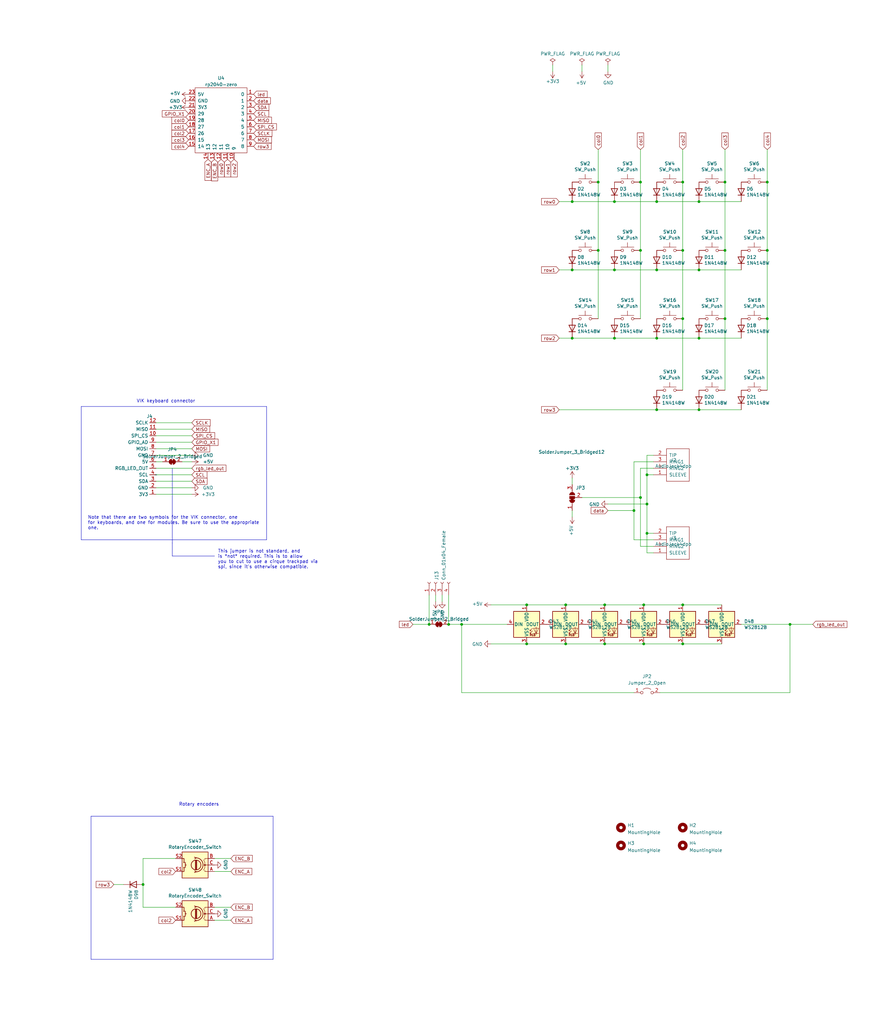
<source format=kicad_sch>
(kicad_sch (version 20230121) (generator eeschema)

  (uuid 61fe293f-6808-4b7f-9340-9aaac7054a97)

  (paper "User" 350.012 399.999)

  (lib_symbols
    (symbol "Connector:Conn_01x04_Female" (pin_names (offset 1.016) hide) (in_bom yes) (on_board yes)
      (property "Reference" "J" (at 0 5.08 0)
        (effects (font (size 1.27 1.27)))
      )
      (property "Value" "Conn_01x04_Female" (at 0 -7.62 0)
        (effects (font (size 1.27 1.27)))
      )
      (property "Footprint" "" (at 0 0 0)
        (effects (font (size 1.27 1.27)) hide)
      )
      (property "Datasheet" "~" (at 0 0 0)
        (effects (font (size 1.27 1.27)) hide)
      )
      (property "ki_keywords" "connector" (at 0 0 0)
        (effects (font (size 1.27 1.27)) hide)
      )
      (property "ki_description" "Generic connector, single row, 01x04, script generated (kicad-library-utils/schlib/autogen/connector/)" (at 0 0 0)
        (effects (font (size 1.27 1.27)) hide)
      )
      (property "ki_fp_filters" "Connector*:*_1x??_*" (at 0 0 0)
        (effects (font (size 1.27 1.27)) hide)
      )
      (symbol "Conn_01x04_Female_1_1"
        (arc (start 0 -4.572) (mid -0.5058 -5.08) (end 0 -5.588)
          (stroke (width 0.1524) (type default))
          (fill (type none))
        )
        (arc (start 0 -2.032) (mid -0.5058 -2.54) (end 0 -3.048)
          (stroke (width 0.1524) (type default))
          (fill (type none))
        )
        (polyline
          (pts
            (xy -1.27 -5.08)
            (xy -0.508 -5.08)
          )
          (stroke (width 0.1524) (type default))
          (fill (type none))
        )
        (polyline
          (pts
            (xy -1.27 -2.54)
            (xy -0.508 -2.54)
          )
          (stroke (width 0.1524) (type default))
          (fill (type none))
        )
        (polyline
          (pts
            (xy -1.27 0)
            (xy -0.508 0)
          )
          (stroke (width 0.1524) (type default))
          (fill (type none))
        )
        (polyline
          (pts
            (xy -1.27 2.54)
            (xy -0.508 2.54)
          )
          (stroke (width 0.1524) (type default))
          (fill (type none))
        )
        (arc (start 0 0.508) (mid -0.5058 0) (end 0 -0.508)
          (stroke (width 0.1524) (type default))
          (fill (type none))
        )
        (arc (start 0 3.048) (mid -0.5058 2.54) (end 0 2.032)
          (stroke (width 0.1524) (type default))
          (fill (type none))
        )
        (pin passive line (at -5.08 2.54 0) (length 3.81)
          (name "Pin_1" (effects (font (size 1.27 1.27))))
          (number "1" (effects (font (size 1.27 1.27))))
        )
        (pin passive line (at -5.08 0 0) (length 3.81)
          (name "Pin_2" (effects (font (size 1.27 1.27))))
          (number "2" (effects (font (size 1.27 1.27))))
        )
        (pin passive line (at -5.08 -2.54 0) (length 3.81)
          (name "Pin_3" (effects (font (size 1.27 1.27))))
          (number "3" (effects (font (size 1.27 1.27))))
        )
        (pin passive line (at -5.08 -5.08 0) (length 3.81)
          (name "Pin_4" (effects (font (size 1.27 1.27))))
          (number "4" (effects (font (size 1.27 1.27))))
        )
      )
    )
    (symbol "Diode:1N4148W" (pin_numbers hide) (pin_names (offset 1.016) hide) (in_bom yes) (on_board yes)
      (property "Reference" "D" (at 0 2.54 0)
        (effects (font (size 1.27 1.27)))
      )
      (property "Value" "1N4148W" (at 0 -2.54 0)
        (effects (font (size 1.27 1.27)))
      )
      (property "Footprint" "Diode_SMD:D_SOD-123" (at 0 -4.445 0)
        (effects (font (size 1.27 1.27)) hide)
      )
      (property "Datasheet" "https://www.vishay.com/docs/85748/1n4148w.pdf" (at 0 0 0)
        (effects (font (size 1.27 1.27)) hide)
      )
      (property "ki_keywords" "diode" (at 0 0 0)
        (effects (font (size 1.27 1.27)) hide)
      )
      (property "ki_description" "75V 0.15A Fast Switching Diode, SOD-123" (at 0 0 0)
        (effects (font (size 1.27 1.27)) hide)
      )
      (property "ki_fp_filters" "D*SOD?123*" (at 0 0 0)
        (effects (font (size 1.27 1.27)) hide)
      )
      (symbol "1N4148W_0_1"
        (polyline
          (pts
            (xy -1.27 1.27)
            (xy -1.27 -1.27)
          )
          (stroke (width 0.254) (type default))
          (fill (type none))
        )
        (polyline
          (pts
            (xy 1.27 0)
            (xy -1.27 0)
          )
          (stroke (width 0) (type default))
          (fill (type none))
        )
        (polyline
          (pts
            (xy 1.27 1.27)
            (xy 1.27 -1.27)
            (xy -1.27 0)
            (xy 1.27 1.27)
          )
          (stroke (width 0.254) (type default))
          (fill (type none))
        )
      )
      (symbol "1N4148W_1_1"
        (pin passive line (at -3.81 0 0) (length 2.54)
          (name "K" (effects (font (size 1.27 1.27))))
          (number "1" (effects (font (size 1.27 1.27))))
        )
        (pin passive line (at 3.81 0 180) (length 2.54)
          (name "A" (effects (font (size 1.27 1.27))))
          (number "2" (effects (font (size 1.27 1.27))))
        )
      )
    )
    (symbol "Jumper:Jumper_2_Open" (pin_names (offset 0) hide) (in_bom yes) (on_board yes)
      (property "Reference" "JP" (at 0 2.794 0)
        (effects (font (size 1.27 1.27)))
      )
      (property "Value" "Jumper_2_Open" (at 0 -2.286 0)
        (effects (font (size 1.27 1.27)))
      )
      (property "Footprint" "" (at 0 0 0)
        (effects (font (size 1.27 1.27)) hide)
      )
      (property "Datasheet" "~" (at 0 0 0)
        (effects (font (size 1.27 1.27)) hide)
      )
      (property "ki_keywords" "Jumper SPST" (at 0 0 0)
        (effects (font (size 1.27 1.27)) hide)
      )
      (property "ki_description" "Jumper, 2-pole, open" (at 0 0 0)
        (effects (font (size 1.27 1.27)) hide)
      )
      (property "ki_fp_filters" "Jumper* TestPoint*2Pads* TestPoint*Bridge*" (at 0 0 0)
        (effects (font (size 1.27 1.27)) hide)
      )
      (symbol "Jumper_2_Open_0_0"
        (circle (center -2.032 0) (radius 0.508)
          (stroke (width 0) (type default))
          (fill (type none))
        )
        (circle (center 2.032 0) (radius 0.508)
          (stroke (width 0) (type default))
          (fill (type none))
        )
      )
      (symbol "Jumper_2_Open_0_1"
        (arc (start 1.524 1.27) (mid 0 1.778) (end -1.524 1.27)
          (stroke (width 0) (type default))
          (fill (type none))
        )
      )
      (symbol "Jumper_2_Open_1_1"
        (pin passive line (at -5.08 0 0) (length 2.54)
          (name "A" (effects (font (size 1.27 1.27))))
          (number "1" (effects (font (size 1.27 1.27))))
        )
        (pin passive line (at 5.08 0 180) (length 2.54)
          (name "B" (effects (font (size 1.27 1.27))))
          (number "2" (effects (font (size 1.27 1.27))))
        )
      )
    )
    (symbol "Jumper:SolderJumper_2_Bridged" (pin_names (offset 0) hide) (in_bom yes) (on_board yes)
      (property "Reference" "JP" (at 0 2.032 0)
        (effects (font (size 1.27 1.27)))
      )
      (property "Value" "SolderJumper_2_Bridged" (at 0 -2.54 0)
        (effects (font (size 1.27 1.27)))
      )
      (property "Footprint" "" (at 0 0 0)
        (effects (font (size 1.27 1.27)) hide)
      )
      (property "Datasheet" "~" (at 0 0 0)
        (effects (font (size 1.27 1.27)) hide)
      )
      (property "ki_keywords" "solder jumper SPST" (at 0 0 0)
        (effects (font (size 1.27 1.27)) hide)
      )
      (property "ki_description" "Solder Jumper, 2-pole, closed/bridged" (at 0 0 0)
        (effects (font (size 1.27 1.27)) hide)
      )
      (property "ki_fp_filters" "SolderJumper*Bridged*" (at 0 0 0)
        (effects (font (size 1.27 1.27)) hide)
      )
      (symbol "SolderJumper_2_Bridged_0_1"
        (rectangle (start -0.508 0.508) (end 0.508 -0.508)
          (stroke (width 0) (type default))
          (fill (type outline))
        )
        (arc (start -0.254 1.016) (mid -1.2656 0) (end -0.254 -1.016)
          (stroke (width 0) (type default))
          (fill (type none))
        )
        (arc (start -0.254 1.016) (mid -1.2656 0) (end -0.254 -1.016)
          (stroke (width 0) (type default))
          (fill (type outline))
        )
        (polyline
          (pts
            (xy -0.254 1.016)
            (xy -0.254 -1.016)
          )
          (stroke (width 0) (type default))
          (fill (type none))
        )
        (polyline
          (pts
            (xy 0.254 1.016)
            (xy 0.254 -1.016)
          )
          (stroke (width 0) (type default))
          (fill (type none))
        )
        (arc (start 0.254 -1.016) (mid 1.2656 0) (end 0.254 1.016)
          (stroke (width 0) (type default))
          (fill (type none))
        )
        (arc (start 0.254 -1.016) (mid 1.2656 0) (end 0.254 1.016)
          (stroke (width 0) (type default))
          (fill (type outline))
        )
      )
      (symbol "SolderJumper_2_Bridged_1_1"
        (pin passive line (at -3.81 0 0) (length 2.54)
          (name "A" (effects (font (size 1.27 1.27))))
          (number "1" (effects (font (size 1.27 1.27))))
        )
        (pin passive line (at 3.81 0 180) (length 2.54)
          (name "B" (effects (font (size 1.27 1.27))))
          (number "2" (effects (font (size 1.27 1.27))))
        )
      )
    )
    (symbol "Jumper:SolderJumper_3_Bridged12" (pin_names (offset 0) hide) (in_bom yes) (on_board yes)
      (property "Reference" "JP" (at -2.54 -2.54 0)
        (effects (font (size 1.27 1.27)))
      )
      (property "Value" "SolderJumper_3_Bridged12" (at 0 2.794 0)
        (effects (font (size 1.27 1.27)))
      )
      (property "Footprint" "" (at 0 0 0)
        (effects (font (size 1.27 1.27)) hide)
      )
      (property "Datasheet" "~" (at 0 0 0)
        (effects (font (size 1.27 1.27)) hide)
      )
      (property "ki_keywords" "Solder Jumper SPDT" (at 0 0 0)
        (effects (font (size 1.27 1.27)) hide)
      )
      (property "ki_description" "3-pole Solder Jumper, pins 1+2 closed/bridged" (at 0 0 0)
        (effects (font (size 1.27 1.27)) hide)
      )
      (property "ki_fp_filters" "SolderJumper*Bridged12*" (at 0 0 0)
        (effects (font (size 1.27 1.27)) hide)
      )
      (symbol "SolderJumper_3_Bridged12_0_1"
        (rectangle (start -1.016 0.508) (end -0.508 -0.508)
          (stroke (width 0) (type default))
          (fill (type outline))
        )
        (arc (start -1.016 1.016) (mid -2.0276 0) (end -1.016 -1.016)
          (stroke (width 0) (type default))
          (fill (type none))
        )
        (arc (start -1.016 1.016) (mid -2.0276 0) (end -1.016 -1.016)
          (stroke (width 0) (type default))
          (fill (type outline))
        )
        (rectangle (start -0.508 1.016) (end 0.508 -1.016)
          (stroke (width 0) (type default))
          (fill (type outline))
        )
        (polyline
          (pts
            (xy -2.54 0)
            (xy -2.032 0)
          )
          (stroke (width 0) (type default))
          (fill (type none))
        )
        (polyline
          (pts
            (xy -1.016 1.016)
            (xy -1.016 -1.016)
          )
          (stroke (width 0) (type default))
          (fill (type none))
        )
        (polyline
          (pts
            (xy 0 -1.27)
            (xy 0 -1.016)
          )
          (stroke (width 0) (type default))
          (fill (type none))
        )
        (polyline
          (pts
            (xy 1.016 1.016)
            (xy 1.016 -1.016)
          )
          (stroke (width 0) (type default))
          (fill (type none))
        )
        (polyline
          (pts
            (xy 2.54 0)
            (xy 2.032 0)
          )
          (stroke (width 0) (type default))
          (fill (type none))
        )
        (arc (start 1.016 -1.016) (mid 2.0276 0) (end 1.016 1.016)
          (stroke (width 0) (type default))
          (fill (type none))
        )
        (arc (start 1.016 -1.016) (mid 2.0276 0) (end 1.016 1.016)
          (stroke (width 0) (type default))
          (fill (type outline))
        )
      )
      (symbol "SolderJumper_3_Bridged12_1_1"
        (pin passive line (at -5.08 0 0) (length 2.54)
          (name "A" (effects (font (size 1.27 1.27))))
          (number "1" (effects (font (size 1.27 1.27))))
        )
        (pin passive line (at 0 -3.81 90) (length 2.54)
          (name "C" (effects (font (size 1.27 1.27))))
          (number "2" (effects (font (size 1.27 1.27))))
        )
        (pin passive line (at 5.08 0 180) (length 2.54)
          (name "B" (effects (font (size 1.27 1.27))))
          (number "3" (effects (font (size 1.27 1.27))))
        )
      )
    )
    (symbol "Mechanical:MountingHole" (pin_names (offset 1.016)) (in_bom yes) (on_board yes)
      (property "Reference" "H" (at 0 5.08 0)
        (effects (font (size 1.27 1.27)))
      )
      (property "Value" "MountingHole" (at 0 3.175 0)
        (effects (font (size 1.27 1.27)))
      )
      (property "Footprint" "" (at 0 0 0)
        (effects (font (size 1.27 1.27)) hide)
      )
      (property "Datasheet" "~" (at 0 0 0)
        (effects (font (size 1.27 1.27)) hide)
      )
      (property "ki_keywords" "mounting hole" (at 0 0 0)
        (effects (font (size 1.27 1.27)) hide)
      )
      (property "ki_description" "Mounting Hole without connection" (at 0 0 0)
        (effects (font (size 1.27 1.27)) hide)
      )
      (property "ki_fp_filters" "MountingHole*" (at 0 0 0)
        (effects (font (size 1.27 1.27)) hide)
      )
      (symbol "MountingHole_0_1"
        (circle (center 0 0) (radius 1.27)
          (stroke (width 1.27) (type default))
          (fill (type none))
        )
      )
    )
    (symbol "Switch:SW_Push" (pin_numbers hide) (pin_names (offset 1.016) hide) (in_bom yes) (on_board yes)
      (property "Reference" "SW" (at 1.27 2.54 0)
        (effects (font (size 1.27 1.27)) (justify left))
      )
      (property "Value" "SW_Push" (at 0 -1.524 0)
        (effects (font (size 1.27 1.27)))
      )
      (property "Footprint" "" (at 0 5.08 0)
        (effects (font (size 1.27 1.27)) hide)
      )
      (property "Datasheet" "~" (at 0 5.08 0)
        (effects (font (size 1.27 1.27)) hide)
      )
      (property "ki_keywords" "switch normally-open pushbutton push-button" (at 0 0 0)
        (effects (font (size 1.27 1.27)) hide)
      )
      (property "ki_description" "Push button switch, generic, two pins" (at 0 0 0)
        (effects (font (size 1.27 1.27)) hide)
      )
      (symbol "SW_Push_0_1"
        (circle (center -2.032 0) (radius 0.508)
          (stroke (width 0) (type default))
          (fill (type none))
        )
        (polyline
          (pts
            (xy 0 1.27)
            (xy 0 3.048)
          )
          (stroke (width 0) (type default))
          (fill (type none))
        )
        (polyline
          (pts
            (xy 2.54 1.27)
            (xy -2.54 1.27)
          )
          (stroke (width 0) (type default))
          (fill (type none))
        )
        (circle (center 2.032 0) (radius 0.508)
          (stroke (width 0) (type default))
          (fill (type none))
        )
        (pin passive line (at -5.08 0 0) (length 2.54)
          (name "1" (effects (font (size 1.27 1.27))))
          (number "1" (effects (font (size 1.27 1.27))))
        )
        (pin passive line (at 5.08 0 180) (length 2.54)
          (name "2" (effects (font (size 1.27 1.27))))
          (number "2" (effects (font (size 1.27 1.27))))
        )
      )
    )
    (symbol "ffkb-rescue:RotaryEncoder_Switch-Device" (pin_names (offset 0.254) hide) (in_bom yes) (on_board yes)
      (property "Reference" "SW" (at 0 6.604 0)
        (effects (font (size 1.27 1.27)))
      )
      (property "Value" "RotaryEncoder_Switch-Device" (at 0 -6.604 0)
        (effects (font (size 1.27 1.27)))
      )
      (property "Footprint" "" (at -3.81 4.064 0)
        (effects (font (size 1.27 1.27)) hide)
      )
      (property "Datasheet" "" (at 0 6.604 0)
        (effects (font (size 1.27 1.27)) hide)
      )
      (property "ki_fp_filters" "RotaryEncoder*Switch*" (at 0 0 0)
        (effects (font (size 1.27 1.27)) hide)
      )
      (symbol "RotaryEncoder_Switch-Device_0_1"
        (rectangle (start -5.08 5.08) (end 5.08 -5.08)
          (stroke (width 0.254) (type default))
          (fill (type background))
        )
        (circle (center -3.81 0) (radius 0.254)
          (stroke (width 0) (type default))
          (fill (type outline))
        )
        (circle (center -0.381 0) (radius 1.905)
          (stroke (width 0.254) (type default))
          (fill (type none))
        )
        (arc (start -0.381 2.667) (mid -3.0988 -0.0635) (end -0.381 -2.794)
          (stroke (width 0.254) (type default))
          (fill (type none))
        )
        (polyline
          (pts
            (xy -0.635 -1.778)
            (xy -0.635 1.778)
          )
          (stroke (width 0.254) (type default))
          (fill (type none))
        )
        (polyline
          (pts
            (xy -0.381 -1.778)
            (xy -0.381 1.778)
          )
          (stroke (width 0.254) (type default))
          (fill (type none))
        )
        (polyline
          (pts
            (xy -0.127 1.778)
            (xy -0.127 -1.778)
          )
          (stroke (width 0.254) (type default))
          (fill (type none))
        )
        (polyline
          (pts
            (xy 3.81 0)
            (xy 3.429 0)
          )
          (stroke (width 0.254) (type default))
          (fill (type none))
        )
        (polyline
          (pts
            (xy 3.81 1.016)
            (xy 3.81 -1.016)
          )
          (stroke (width 0.254) (type default))
          (fill (type none))
        )
        (polyline
          (pts
            (xy -5.08 -2.54)
            (xy -3.81 -2.54)
            (xy -3.81 -2.032)
          )
          (stroke (width 0) (type default))
          (fill (type none))
        )
        (polyline
          (pts
            (xy -5.08 2.54)
            (xy -3.81 2.54)
            (xy -3.81 2.032)
          )
          (stroke (width 0) (type default))
          (fill (type none))
        )
        (polyline
          (pts
            (xy 0.254 -3.048)
            (xy -0.508 -2.794)
            (xy 0.127 -2.413)
          )
          (stroke (width 0.254) (type default))
          (fill (type none))
        )
        (polyline
          (pts
            (xy 0.254 2.921)
            (xy -0.508 2.667)
            (xy 0.127 2.286)
          )
          (stroke (width 0.254) (type default))
          (fill (type none))
        )
        (polyline
          (pts
            (xy 5.08 -2.54)
            (xy 4.318 -2.54)
            (xy 4.318 -1.016)
          )
          (stroke (width 0.254) (type default))
          (fill (type none))
        )
        (polyline
          (pts
            (xy 5.08 2.54)
            (xy 4.318 2.54)
            (xy 4.318 1.016)
          )
          (stroke (width 0.254) (type default))
          (fill (type none))
        )
        (polyline
          (pts
            (xy -5.08 0)
            (xy -3.81 0)
            (xy -3.81 -1.016)
            (xy -3.302 -2.032)
          )
          (stroke (width 0) (type default))
          (fill (type none))
        )
        (polyline
          (pts
            (xy -4.318 0)
            (xy -3.81 0)
            (xy -3.81 1.016)
            (xy -3.302 2.032)
          )
          (stroke (width 0) (type default))
          (fill (type none))
        )
        (circle (center 4.318 -1.016) (radius 0.127)
          (stroke (width 0.254) (type default))
          (fill (type none))
        )
        (circle (center 4.318 1.016) (radius 0.127)
          (stroke (width 0.254) (type default))
          (fill (type none))
        )
      )
      (symbol "RotaryEncoder_Switch-Device_1_1"
        (pin passive line (at -7.62 2.54 0) (length 2.54)
          (name "A" (effects (font (size 1.27 1.27))))
          (number "A" (effects (font (size 1.27 1.27))))
        )
        (pin passive line (at -7.62 -2.54 0) (length 2.54)
          (name "B" (effects (font (size 1.27 1.27))))
          (number "B" (effects (font (size 1.27 1.27))))
        )
        (pin passive line (at -7.62 0 0) (length 2.54)
          (name "C" (effects (font (size 1.27 1.27))))
          (number "C" (effects (font (size 1.27 1.27))))
        )
        (pin passive line (at 7.62 2.54 180) (length 2.54)
          (name "S1" (effects (font (size 1.27 1.27))))
          (number "S1" (effects (font (size 1.27 1.27))))
        )
        (pin passive line (at 7.62 -2.54 180) (length 2.54)
          (name "S2" (effects (font (size 1.27 1.27))))
          (number "S2" (effects (font (size 1.27 1.27))))
        )
      )
    )
    (symbol "keebio:TRRS" (pin_names (offset 1.016)) (in_bom yes) (on_board yes)
      (property "Reference" "U" (at 0 15.24 0)
        (effects (font (size 1.524 1.524)))
      )
      (property "Value" "TRRS" (at 0 -2.54 0)
        (effects (font (size 1.524 1.524)))
      )
      (property "Footprint" "" (at 3.81 0 0)
        (effects (font (size 1.524 1.524)) hide)
      )
      (property "Datasheet" "" (at 3.81 0 0)
        (effects (font (size 1.524 1.524)) hide)
      )
      (symbol "TRRS_0_1"
        (rectangle (start -3.81 0) (end -3.81 12.7)
          (stroke (width 0) (type default))
          (fill (type none))
        )
        (rectangle (start -3.81 12.7) (end 5.08 12.7)
          (stroke (width 0) (type default))
          (fill (type none))
        )
        (rectangle (start 5.08 0) (end -3.81 0)
          (stroke (width 0) (type default))
          (fill (type none))
        )
        (rectangle (start 5.08 12.7) (end 5.08 0)
          (stroke (width 0) (type default))
          (fill (type none))
        )
      )
      (symbol "TRRS_1_1"
        (pin input line (at -8.89 2.54 0) (length 5.08)
          (name "SLEEVE" (effects (font (size 1.27 1.27))))
          (number "1" (effects (font (size 1.27 1.27))))
        )
        (pin input line (at -8.89 10.16 0) (length 5.08)
          (name "TIP" (effects (font (size 1.27 1.27))))
          (number "2" (effects (font (size 1.27 1.27))))
        )
        (pin input line (at -8.89 7.62 0) (length 5.08)
          (name "RING1" (effects (font (size 1.27 1.27))))
          (number "3" (effects (font (size 1.27 1.27))))
        )
        (pin input line (at -8.89 5.08 0) (length 5.08)
          (name "RING2" (effects (font (size 1.27 1.27))))
          (number "4" (effects (font (size 1.27 1.27))))
        )
      )
    )
    (symbol "kicad-keyboard-parts:SK6812MINI-E" (pin_names (offset 0.254)) (in_bom yes) (on_board yes)
      (property "Reference" "D" (at 5.08 5.715 0)
        (effects (font (size 1.27 1.27)) (justify right bottom))
      )
      (property "Value" "SK6812MINI-E" (at 1.27 -5.715 0)
        (effects (font (size 1.27 1.27)) (justify left top))
      )
      (property "Footprint" "kicad-keyboard-parts:MX_SK6812MINI-E" (at 1.27 -7.62 0)
        (effects (font (size 1.27 1.27)) (justify left top) hide)
      )
      (property "Datasheet" "https://cdn-shop.adafruit.com/product-files/2686/SK6812MINI_REV.01-1-2.pdf" (at 2.54 -9.525 0)
        (effects (font (size 1.27 1.27)) (justify left top) hide)
      )
      (property "ki_keywords" "RGB LED NeoPixel Mini addressable" (at 0 0 0)
        (effects (font (size 1.27 1.27)) hide)
      )
      (property "ki_description" "Reverse-mount RGB LED with integrated controller" (at 0 0 0)
        (effects (font (size 1.27 1.27)) hide)
      )
      (property "ki_fp_filters" "LED*SK6812MINI*PLCC*3.5x3.5mm*P1.75mm*" (at 0 0 0)
        (effects (font (size 1.27 1.27)) hide)
      )
      (symbol "SK6812MINI-E_0_0"
        (text "RGB" (at 2.286 -4.191 0)
          (effects (font (size 0.762 0.762)))
        )
      )
      (symbol "SK6812MINI-E_0_1"
        (polyline
          (pts
            (xy 1.27 -3.556)
            (xy 1.778 -3.556)
          )
          (stroke (width 0) (type default))
          (fill (type none))
        )
        (polyline
          (pts
            (xy 1.27 -2.54)
            (xy 1.778 -2.54)
          )
          (stroke (width 0) (type default))
          (fill (type none))
        )
        (polyline
          (pts
            (xy 4.699 -3.556)
            (xy 2.667 -3.556)
          )
          (stroke (width 0) (type default))
          (fill (type none))
        )
        (polyline
          (pts
            (xy 2.286 -2.54)
            (xy 1.27 -3.556)
            (xy 1.27 -3.048)
          )
          (stroke (width 0) (type default))
          (fill (type none))
        )
        (polyline
          (pts
            (xy 2.286 -1.524)
            (xy 1.27 -2.54)
            (xy 1.27 -2.032)
          )
          (stroke (width 0) (type default))
          (fill (type none))
        )
        (polyline
          (pts
            (xy 3.683 -1.016)
            (xy 3.683 -3.556)
            (xy 3.683 -4.064)
          )
          (stroke (width 0) (type default))
          (fill (type none))
        )
        (polyline
          (pts
            (xy 4.699 -1.524)
            (xy 2.667 -1.524)
            (xy 3.683 -3.556)
            (xy 4.699 -1.524)
          )
          (stroke (width 0) (type default))
          (fill (type none))
        )
        (rectangle (start 5.08 5.08) (end -5.08 -5.08)
          (stroke (width 0.254) (type default))
          (fill (type background))
        )
      )
      (symbol "SK6812MINI-E_1_1"
        (pin power_in line (at 0 7.62 270) (length 2.54)
          (name "VDD" (effects (font (size 1.27 1.27))))
          (number "1" (effects (font (size 1.27 1.27))))
        )
        (pin output line (at 7.62 0 180) (length 2.54)
          (name "DOUT" (effects (font (size 1.27 1.27))))
          (number "2" (effects (font (size 1.27 1.27))))
        )
        (pin power_in line (at 0 -7.62 90) (length 2.54)
          (name "VSS" (effects (font (size 1.27 1.27))))
          (number "3" (effects (font (size 1.27 1.27))))
        )
        (pin input line (at -7.62 0 0) (length 2.54)
          (name "DIN" (effects (font (size 1.27 1.27))))
          (number "4" (effects (font (size 1.27 1.27))))
        )
      )
    )
    (symbol "mcu:rp2040-zero" (pin_names (offset 1.016)) (in_bom yes) (on_board yes)
      (property "Reference" "U" (at 0 15.24 0)
        (effects (font (size 1.27 1.27)))
      )
      (property "Value" "rp2040-zero" (at 0 12.7 0)
        (effects (font (size 1.27 1.27)))
      )
      (property "Footprint" "" (at -8.89 5.08 0)
        (effects (font (size 1.27 1.27)) hide)
      )
      (property "Datasheet" "" (at -8.89 5.08 0)
        (effects (font (size 1.27 1.27)) hide)
      )
      (symbol "rp2040-zero_0_1"
        (rectangle (start -10.16 11.43) (end 10.16 -13.97)
          (stroke (width 0) (type default))
          (fill (type none))
        )
      )
      (symbol "rp2040-zero_1_1"
        (pin bidirectional line (at 12.7 8.89 180) (length 2.54)
          (name "0" (effects (font (size 1.27 1.27))))
          (number "1" (effects (font (size 1.27 1.27))))
        )
        (pin bidirectional line (at 5.08 -16.51 90) (length 2.54)
          (name "9" (effects (font (size 1.27 1.27))))
          (number "10" (effects (font (size 1.27 1.27))))
        )
        (pin bidirectional line (at 2.54 -16.51 90) (length 2.54)
          (name "10" (effects (font (size 1.27 1.27))))
          (number "11" (effects (font (size 1.27 1.27))))
        )
        (pin bidirectional line (at 0 -16.51 90) (length 2.54)
          (name "11" (effects (font (size 1.27 1.27))))
          (number "12" (effects (font (size 1.27 1.27))))
        )
        (pin bidirectional line (at -2.54 -16.51 90) (length 2.54)
          (name "12" (effects (font (size 1.27 1.27))))
          (number "13" (effects (font (size 1.27 1.27))))
        )
        (pin bidirectional line (at -5.08 -16.51 90) (length 2.54)
          (name "13" (effects (font (size 1.27 1.27))))
          (number "14" (effects (font (size 1.27 1.27))))
        )
        (pin bidirectional line (at -12.7 -11.43 0) (length 2.54)
          (name "14" (effects (font (size 1.27 1.27))))
          (number "15" (effects (font (size 1.27 1.27))))
        )
        (pin bidirectional line (at -12.7 -8.89 0) (length 2.54)
          (name "15" (effects (font (size 1.27 1.27))))
          (number "16" (effects (font (size 1.27 1.27))))
        )
        (pin bidirectional line (at -12.7 -6.35 0) (length 2.54)
          (name "26" (effects (font (size 1.27 1.27))))
          (number "17" (effects (font (size 1.27 1.27))))
        )
        (pin bidirectional line (at -12.7 -3.81 0) (length 2.54)
          (name "27" (effects (font (size 1.27 1.27))))
          (number "18" (effects (font (size 1.27 1.27))))
        )
        (pin bidirectional line (at -12.7 -1.27 0) (length 2.54)
          (name "28" (effects (font (size 1.27 1.27))))
          (number "19" (effects (font (size 1.27 1.27))))
        )
        (pin bidirectional line (at 12.7 6.35 180) (length 2.54)
          (name "1" (effects (font (size 1.27 1.27))))
          (number "2" (effects (font (size 1.27 1.27))))
        )
        (pin bidirectional line (at -12.7 1.27 0) (length 2.54)
          (name "29" (effects (font (size 1.27 1.27))))
          (number "20" (effects (font (size 1.27 1.27))))
        )
        (pin power_out line (at -12.7 3.81 0) (length 2.54)
          (name "3V3" (effects (font (size 1.27 1.27))))
          (number "21" (effects (font (size 1.27 1.27))))
        )
        (pin power_out line (at -12.7 6.35 0) (length 2.54)
          (name "GND" (effects (font (size 1.27 1.27))))
          (number "22" (effects (font (size 1.27 1.27))))
        )
        (pin power_out line (at -12.7 8.89 0) (length 2.54)
          (name "5V" (effects (font (size 1.27 1.27))))
          (number "23" (effects (font (size 1.27 1.27))))
        )
        (pin bidirectional line (at 12.7 3.81 180) (length 2.54)
          (name "2" (effects (font (size 1.27 1.27))))
          (number "3" (effects (font (size 1.27 1.27))))
        )
        (pin bidirectional line (at 12.7 1.27 180) (length 2.54)
          (name "3" (effects (font (size 1.27 1.27))))
          (number "4" (effects (font (size 1.27 1.27))))
        )
        (pin bidirectional line (at 12.7 -1.27 180) (length 2.54)
          (name "4" (effects (font (size 1.27 1.27))))
          (number "5" (effects (font (size 1.27 1.27))))
        )
        (pin bidirectional line (at 12.7 -3.81 180) (length 2.54)
          (name "5" (effects (font (size 1.27 1.27))))
          (number "6" (effects (font (size 1.27 1.27))))
        )
        (pin bidirectional line (at 12.7 -6.35 180) (length 2.54)
          (name "6" (effects (font (size 1.27 1.27))))
          (number "7" (effects (font (size 1.27 1.27))))
        )
        (pin bidirectional line (at 12.7 -8.89 180) (length 2.54)
          (name "7" (effects (font (size 1.27 1.27))))
          (number "8" (effects (font (size 1.27 1.27))))
        )
        (pin bidirectional line (at 12.7 -11.43 180) (length 2.54)
          (name "8" (effects (font (size 1.27 1.27))))
          (number "9" (effects (font (size 1.27 1.27))))
        )
      )
    )
    (symbol "power:+3V3" (power) (pin_names (offset 0)) (in_bom yes) (on_board yes)
      (property "Reference" "#PWR" (at 0 -3.81 0)
        (effects (font (size 1.27 1.27)) hide)
      )
      (property "Value" "+3V3" (at 0 3.556 0)
        (effects (font (size 1.27 1.27)))
      )
      (property "Footprint" "" (at 0 0 0)
        (effects (font (size 1.27 1.27)) hide)
      )
      (property "Datasheet" "" (at 0 0 0)
        (effects (font (size 1.27 1.27)) hide)
      )
      (property "ki_keywords" "power-flag" (at 0 0 0)
        (effects (font (size 1.27 1.27)) hide)
      )
      (property "ki_description" "Power symbol creates a global label with name \"+3V3\"" (at 0 0 0)
        (effects (font (size 1.27 1.27)) hide)
      )
      (symbol "+3V3_0_1"
        (polyline
          (pts
            (xy -0.762 1.27)
            (xy 0 2.54)
          )
          (stroke (width 0) (type default))
          (fill (type none))
        )
        (polyline
          (pts
            (xy 0 0)
            (xy 0 2.54)
          )
          (stroke (width 0) (type default))
          (fill (type none))
        )
        (polyline
          (pts
            (xy 0 2.54)
            (xy 0.762 1.27)
          )
          (stroke (width 0) (type default))
          (fill (type none))
        )
      )
      (symbol "+3V3_1_1"
        (pin power_in line (at 0 0 90) (length 0) hide
          (name "+3V3" (effects (font (size 1.27 1.27))))
          (number "1" (effects (font (size 1.27 1.27))))
        )
      )
    )
    (symbol "power:+5V" (power) (pin_names (offset 0)) (in_bom yes) (on_board yes)
      (property "Reference" "#PWR" (at 0 -3.81 0)
        (effects (font (size 1.27 1.27)) hide)
      )
      (property "Value" "+5V" (at 0 3.556 0)
        (effects (font (size 1.27 1.27)))
      )
      (property "Footprint" "" (at 0 0 0)
        (effects (font (size 1.27 1.27)) hide)
      )
      (property "Datasheet" "" (at 0 0 0)
        (effects (font (size 1.27 1.27)) hide)
      )
      (property "ki_keywords" "power-flag" (at 0 0 0)
        (effects (font (size 1.27 1.27)) hide)
      )
      (property "ki_description" "Power symbol creates a global label with name \"+5V\"" (at 0 0 0)
        (effects (font (size 1.27 1.27)) hide)
      )
      (symbol "+5V_0_1"
        (polyline
          (pts
            (xy -0.762 1.27)
            (xy 0 2.54)
          )
          (stroke (width 0) (type default))
          (fill (type none))
        )
        (polyline
          (pts
            (xy 0 0)
            (xy 0 2.54)
          )
          (stroke (width 0) (type default))
          (fill (type none))
        )
        (polyline
          (pts
            (xy 0 2.54)
            (xy 0.762 1.27)
          )
          (stroke (width 0) (type default))
          (fill (type none))
        )
      )
      (symbol "+5V_1_1"
        (pin power_in line (at 0 0 90) (length 0) hide
          (name "+5V" (effects (font (size 1.27 1.27))))
          (number "1" (effects (font (size 1.27 1.27))))
        )
      )
    )
    (symbol "power:GND" (power) (pin_names (offset 0)) (in_bom yes) (on_board yes)
      (property "Reference" "#PWR" (at 0 -6.35 0)
        (effects (font (size 1.27 1.27)) hide)
      )
      (property "Value" "GND" (at 0 -3.81 0)
        (effects (font (size 1.27 1.27)))
      )
      (property "Footprint" "" (at 0 0 0)
        (effects (font (size 1.27 1.27)) hide)
      )
      (property "Datasheet" "" (at 0 0 0)
        (effects (font (size 1.27 1.27)) hide)
      )
      (property "ki_keywords" "power-flag" (at 0 0 0)
        (effects (font (size 1.27 1.27)) hide)
      )
      (property "ki_description" "Power symbol creates a global label with name \"GND\" , ground" (at 0 0 0)
        (effects (font (size 1.27 1.27)) hide)
      )
      (symbol "GND_0_1"
        (polyline
          (pts
            (xy 0 0)
            (xy 0 -1.27)
            (xy 1.27 -1.27)
            (xy 0 -2.54)
            (xy -1.27 -1.27)
            (xy 0 -1.27)
          )
          (stroke (width 0) (type default))
          (fill (type none))
        )
      )
      (symbol "GND_1_1"
        (pin power_in line (at 0 0 270) (length 0) hide
          (name "GND" (effects (font (size 1.27 1.27))))
          (number "1" (effects (font (size 1.27 1.27))))
        )
      )
    )
    (symbol "power:PWR_FLAG" (power) (pin_numbers hide) (pin_names (offset 0) hide) (in_bom yes) (on_board yes)
      (property "Reference" "#FLG" (at 0 1.905 0)
        (effects (font (size 1.27 1.27)) hide)
      )
      (property "Value" "PWR_FLAG" (at 0 3.81 0)
        (effects (font (size 1.27 1.27)))
      )
      (property "Footprint" "" (at 0 0 0)
        (effects (font (size 1.27 1.27)) hide)
      )
      (property "Datasheet" "~" (at 0 0 0)
        (effects (font (size 1.27 1.27)) hide)
      )
      (property "ki_keywords" "power-flag" (at 0 0 0)
        (effects (font (size 1.27 1.27)) hide)
      )
      (property "ki_description" "Special symbol for telling ERC where power comes from" (at 0 0 0)
        (effects (font (size 1.27 1.27)) hide)
      )
      (symbol "PWR_FLAG_0_0"
        (pin power_out line (at 0 0 90) (length 0)
          (name "pwr" (effects (font (size 1.27 1.27))))
          (number "1" (effects (font (size 1.27 1.27))))
        )
      )
      (symbol "PWR_FLAG_0_1"
        (polyline
          (pts
            (xy 0 0)
            (xy 0 1.27)
            (xy -1.016 1.905)
            (xy 0 2.54)
            (xy 1.016 1.905)
            (xy 0 1.27)
          )
          (stroke (width 0) (type default))
          (fill (type none))
        )
      )
    )
    (symbol "vik:vik-keyboard-connector" (in_bom yes) (on_board yes)
      (property "Reference" "J" (at 0 17.78 0)
        (effects (font (size 1.27 1.27)))
      )
      (property "Value" "" (at 0 6.35 0)
        (effects (font (size 1.27 1.27)))
      )
      (property "Footprint" "" (at 0 6.35 0)
        (effects (font (size 1.27 1.27)) hide)
      )
      (property "Datasheet" "" (at 0 6.35 0)
        (effects (font (size 1.27 1.27)) hide)
      )
      (symbol "vik-keyboard-connector_1_1"
        (pin power_out line (at 0 13.97 0) (length 2.54)
          (name "3V3" (effects (font (size 1.27 1.27))))
          (number "1" (effects (font (size 1.27 1.27))))
        )
        (pin output line (at 0 -8.89 0) (length 2.54)
          (name "SPI_CS" (effects (font (size 1.27 1.27))))
          (number "10" (effects (font (size 1.27 1.27))))
        )
        (pin output line (at 0 -11.43 0) (length 2.54)
          (name "MISO" (effects (font (size 1.27 1.27))))
          (number "11" (effects (font (size 1.27 1.27))))
        )
        (pin output line (at 0 -13.97 0) (length 2.54)
          (name "SCLK" (effects (font (size 1.27 1.27))))
          (number "12" (effects (font (size 1.27 1.27))))
        )
        (pin power_out line (at 0 11.43 0) (length 2.54)
          (name "GND" (effects (font (size 1.27 1.27))))
          (number "2" (effects (font (size 1.27 1.27))))
        )
        (pin output line (at 0 8.89 0) (length 2.54)
          (name "SDA" (effects (font (size 1.27 1.27))))
          (number "3" (effects (font (size 1.27 1.27))))
        )
        (pin output line (at 0 6.35 0) (length 2.54)
          (name "SCL" (effects (font (size 1.27 1.27))))
          (number "4" (effects (font (size 1.27 1.27))))
        )
        (pin output line (at 0 3.81 0) (length 2.54)
          (name "RGB_LED_OUT" (effects (font (size 1.27 1.27))))
          (number "5" (effects (font (size 1.27 1.27))))
        )
        (pin power_out line (at 0 1.27 0) (length 2.54)
          (name "5V" (effects (font (size 1.27 1.27))))
          (number "6" (effects (font (size 1.27 1.27))))
        )
        (pin power_out line (at 0 -1.27 0) (length 2.54)
          (name "GND" (effects (font (size 1.27 1.27))))
          (number "7" (effects (font (size 1.27 1.27))))
        )
        (pin output line (at 0 -3.81 0) (length 2.54)
          (name "MOSI" (effects (font (size 1.27 1.27))))
          (number "8" (effects (font (size 1.27 1.27))))
        )
        (pin output line (at 0 -6.35 0) (length 2.54)
          (name "GPIO_AD" (effects (font (size 1.27 1.27))))
          (number "9" (effects (font (size 1.27 1.27))))
        )
      )
    )
  )

  (junction (at 273.05 132.08) (diameter 0) (color 0 0 0 0)
    (uuid 03c7f780-fc1b-487a-b30d-567d6c09fdc8)
  )
  (junction (at 247.65 199.39) (diameter 0) (color 0 0 0 0)
    (uuid 052dd862-f4f7-40b6-9198-9868f90cbcdf)
  )
  (junction (at 223.52 132.08) (diameter 0) (color 0 0 0 0)
    (uuid 06e85a01-1f94-4112-a5d5-84a5825c60ea)
  )
  (junction (at 233.68 97.79) (diameter 0) (color 0 0 0 0)
    (uuid 097edb1b-8998-4e70-b670-bba125982348)
  )
  (junction (at 251.46 251.46) (diameter 0) (color 0 0 0 0)
    (uuid 0f23b3b4-43c0-41df-ab45-360110c4e825)
  )
  (junction (at 180.34 243.84) (diameter 0) (color 0 0 0 0)
    (uuid 0f8ca7a3-4fb6-49d2-9f69-8b579c45a839)
  )
  (junction (at 256.54 160.02) (diameter 0) (color 0 0 0 0)
    (uuid 0fbf76f2-eeb1-4165-a1e5-39e444072c43)
  )
  (junction (at 233.68 71.12) (diameter 0) (color 0 0 0 0)
    (uuid 0ff508fd-18da-4ab7-9844-3c8a28c2587e)
  )
  (junction (at 252.73 208.28) (diameter 0) (color 0 0 0 0)
    (uuid 1d13742f-07cb-4a7d-9441-88ada0007558)
  )
  (junction (at 240.03 105.41) (diameter 0) (color 0 0 0 0)
    (uuid 1f8b2c0c-b042-4e2e-80f6-4959a27b238f)
  )
  (junction (at 273.05 160.02) (diameter 0) (color 0 0 0 0)
    (uuid 24091908-0fae-4b50-be69-d1c31e4f6aad)
  )
  (junction (at 250.19 194.31) (diameter 0) (color 0 0 0 0)
    (uuid 2a77e17b-d662-4a75-9381-8bba99777cc6)
  )
  (junction (at 205.74 251.46) (diameter 0) (color 0 0 0 0)
    (uuid 309fa007-da9b-446b-8a89-e7d2222a5831)
  )
  (junction (at 250.19 97.79) (diameter 0) (color 0 0 0 0)
    (uuid 41acfe41-fac7-432a-a7a3-946566e2d504)
  )
  (junction (at 220.98 236.22) (diameter 0) (color 0 0 0 0)
    (uuid 478846e3-7800-4fd4-8a02-8f1827af0cd5)
  )
  (junction (at 266.7 236.22) (diameter 0) (color 0 0 0 0)
    (uuid 47e7fed2-6f47-44e2-a9e3-d475d65b28ca)
  )
  (junction (at 240.03 132.08) (diameter 0) (color 0 0 0 0)
    (uuid 700e8b73-5976-423f-a3f3-ab3d9f3e9760)
  )
  (junction (at 250.19 71.12) (diameter 0) (color 0 0 0 0)
    (uuid 70e15522-1572-4451-9c0d-6d36ac70d8c6)
  )
  (junction (at 299.72 124.46) (diameter 0) (color 0 0 0 0)
    (uuid 748b4dd1-75c2-4479-8229-24f458aa5984)
  )
  (junction (at 55.88 345.44) (diameter 0) (color 0 0 0 0)
    (uuid 74f58085-3cb1-4416-8c62-e95ab9dd4056)
  )
  (junction (at 283.21 124.46) (diameter 0) (color 0 0 0 0)
    (uuid 77f7045d-a9ec-44a4-9685-c5f4cee482d8)
  )
  (junction (at 256.54 105.41) (diameter 0) (color 0 0 0 0)
    (uuid 79e31048-072a-4a40-a625-26bb0b5f046b)
  )
  (junction (at 223.52 78.74) (diameter 0) (color 0 0 0 0)
    (uuid 7a094166-c9b5-4969-b593-e2daa7ea50f1)
  )
  (junction (at 283.21 97.79) (diameter 0) (color 0 0 0 0)
    (uuid 7e0a03ae-d054-4f76-a131-5c09b8dc1636)
  )
  (junction (at 223.52 105.41) (diameter 0) (color 0 0 0 0)
    (uuid 868a0424-5cf9-430b-9aad-c190bd2af3ea)
  )
  (junction (at 308.61 243.84) (diameter 0) (color 0 0 0 0)
    (uuid 9f5097f1-e08d-4e25-88ec-ee80fef4a52d)
  )
  (junction (at 175.26 243.84) (diameter 0) (color 0 0 0 0)
    (uuid 9fc1f129-5327-4238-92c9-8ad50ee8cec9)
  )
  (junction (at 236.22 236.22) (diameter 0) (color 0 0 0 0)
    (uuid a82e41a9-a872-45e1-83cb-2b5d1d2e8213)
  )
  (junction (at 256.54 78.74) (diameter 0) (color 0 0 0 0)
    (uuid b4300db7-1220-431a-b7c3-2edbdf8fa6fc)
  )
  (junction (at 273.05 105.41) (diameter 0) (color 0 0 0 0)
    (uuid b873bc5d-a9af-4bd9-afcb-87ce4d417120)
  )
  (junction (at 266.7 97.79) (diameter 0) (color 0 0 0 0)
    (uuid c094494a-f6f7-43fc-a007-4951484ddf3a)
  )
  (junction (at 167.64 243.84) (diameter 0) (color 0 0 0 0)
    (uuid c0a0e784-c558-4dea-baeb-bf4f930d9a4c)
  )
  (junction (at 236.22 251.46) (diameter 0) (color 0 0 0 0)
    (uuid c0f0b113-bbf0-41a6-a64d-72b4c3171f53)
  )
  (junction (at 256.54 132.08) (diameter 0) (color 0 0 0 0)
    (uuid c76d4423-ef1b-4a6f-8176-33d65f2877bb)
  )
  (junction (at 266.7 71.12) (diameter 0) (color 0 0 0 0)
    (uuid ca87f11b-5f48-4b57-8535-68d3ec2fe5a9)
  )
  (junction (at 299.72 97.79) (diameter 0) (color 0 0 0 0)
    (uuid d0fb0864-e79b-4bdc-8e8e-eed0cabe6d56)
  )
  (junction (at 266.7 251.46) (diameter 0) (color 0 0 0 0)
    (uuid d2ff7bac-1c52-4a2f-80d9-94464f606dca)
  )
  (junction (at 205.74 236.22) (diameter 0) (color 0 0 0 0)
    (uuid e1409ca4-be7d-4e7e-b6a5-ec000316f010)
  )
  (junction (at 299.72 71.12) (diameter 0) (color 0 0 0 0)
    (uuid e43dbe34-ed17-4e35-a5c7-2f1679b3c415)
  )
  (junction (at 283.21 71.12) (diameter 0) (color 0 0 0 0)
    (uuid e4c6fdbb-fdc7-4ad4-a516-240d84cdc120)
  )
  (junction (at 240.03 78.74) (diameter 0) (color 0 0 0 0)
    (uuid e5203297-b913-4288-a576-12a92185cb52)
  )
  (junction (at 220.98 251.46) (diameter 0) (color 0 0 0 0)
    (uuid f5ffed9e-6dcc-42e2-afb5-0804bb92c659)
  )
  (junction (at 252.73 185.42) (diameter 0) (color 0 0 0 0)
    (uuid f68d2967-f4b8-4098-80a6-64d47e5c45c9)
  )
  (junction (at 273.05 78.74) (diameter 0) (color 0 0 0 0)
    (uuid f7667b23-296e-4362-a7e3-949632c8954b)
  )
  (junction (at 252.73 196.85) (diameter 0) (color 0 0 0 0)
    (uuid fa8fdf62-5a4d-4c3a-9d6f-f809f4fe81cb)
  )
  (junction (at 251.46 236.22) (diameter 0) (color 0 0 0 0)
    (uuid fcfae7ba-d6c8-413b-9725-7faaea5860cf)
  )
  (junction (at 266.7 124.46) (diameter 0) (color 0 0 0 0)
    (uuid fd1c62e1-36c8-44ad-a996-203f2505df49)
  )

  (polyline (pts (xy 67.31 217.17) (xy 83.82 217.17))
    (stroke (width 0) (type default))
    (uuid 01843cd8-057d-44ad-894f-908bdfd47397)
  )

  (wire (pts (xy 266.7 58.42) (xy 266.7 71.12))
    (stroke (width 0) (type default))
    (uuid 01e9b6e7-adf9-4ee7-9447-a588630ee4a2)
  )
  (wire (pts (xy 223.52 78.74) (xy 240.03 78.74))
    (stroke (width 0) (type default))
    (uuid 03caada9-9e22-4e2d-9035-b15433dfbb17)
  )
  (wire (pts (xy 247.65 210.82) (xy 247.65 199.39))
    (stroke (width 0) (type default))
    (uuid 051534c9-4774-4167-918c-8bf2498f2451)
  )
  (wire (pts (xy 60.96 165.1) (xy 74.93 165.1))
    (stroke (width 0) (type default))
    (uuid 10dd335c-495e-4e6e-afb3-92701f8b9223)
  )
  (wire (pts (xy 60.96 172.72) (xy 74.93 172.72))
    (stroke (width 0) (type default))
    (uuid 12e601b0-2ce6-47a0-bee0-90454bd8b539)
  )
  (wire (pts (xy 220.98 236.22) (xy 236.22 236.22))
    (stroke (width 0) (type default))
    (uuid 14b7346f-0116-46fb-891a-6aa1d833866b)
  )
  (wire (pts (xy 308.61 243.84) (xy 317.5 243.84))
    (stroke (width 0) (type default))
    (uuid 14eb1d36-048f-41db-89f4-571f393a4b4f)
  )
  (wire (pts (xy 255.27 182.88) (xy 250.19 182.88))
    (stroke (width 0) (type default))
    (uuid 1604f1ce-0290-40ad-837a-3aa77f076f96)
  )
  (wire (pts (xy 273.05 78.74) (xy 289.56 78.74))
    (stroke (width 0) (type default))
    (uuid 16a9ae8c-3ad2-439b-8efe-377c994670c7)
  )
  (wire (pts (xy 167.64 232.41) (xy 167.64 243.84))
    (stroke (width 0) (type default))
    (uuid 16f0126a-e304-4c25-8ee0-d0630bf1705e)
  )
  (wire (pts (xy 83.82 359.41) (xy 90.17 359.41))
    (stroke (width 0) (type default))
    (uuid 17c39424-1c10-4ecf-8e13-ee3e4cfca6f8)
  )
  (wire (pts (xy 161.29 243.84) (xy 167.64 243.84))
    (stroke (width 0) (type default))
    (uuid 195c48c6-83e2-4c35-8a7f-cc8888fb7220)
  )
  (wire (pts (xy 255.27 213.36) (xy 250.19 213.36))
    (stroke (width 0) (type default))
    (uuid 1b9eaba2-17fb-4779-b391-5f78920e2fbe)
  )
  (wire (pts (xy 218.44 132.08) (xy 223.52 132.08))
    (stroke (width 0) (type default))
    (uuid 1ced7462-d017-4e04-8d92-7d8c80a8906e)
  )
  (wire (pts (xy 233.68 58.42) (xy 233.68 71.12))
    (stroke (width 0) (type default))
    (uuid 1f3003e6-dce5-420f-906b-3f1e92b67249)
  )
  (wire (pts (xy 273.05 105.41) (xy 289.56 105.41))
    (stroke (width 0) (type default))
    (uuid 20c315f4-1e4f-49aa-8d61-778a7389df7e)
  )
  (wire (pts (xy 60.96 182.88) (xy 74.93 182.88))
    (stroke (width 0) (type default))
    (uuid 21fc78b2-4ae3-46a3-9944-c94c0613b9d2)
  )
  (wire (pts (xy 223.52 132.08) (xy 240.03 132.08))
    (stroke (width 0) (type default))
    (uuid 22999e73-da32-43a5-9163-4b3a41614f25)
  )
  (wire (pts (xy 252.73 177.8) (xy 255.27 177.8))
    (stroke (width 0) (type default))
    (uuid 24108ed6-8284-4ffc-8484-eeeec81e7186)
  )
  (wire (pts (xy 60.96 185.42) (xy 74.93 185.42))
    (stroke (width 0) (type default))
    (uuid 25545c7d-4cd1-43ca-88f7-f1ae96c0e849)
  )
  (wire (pts (xy 237.49 25.4) (xy 237.49 27.94))
    (stroke (width 0) (type default))
    (uuid 282c8e53-3acc-42f0-a92a-6aa976b97a93)
  )
  (wire (pts (xy 252.73 208.28) (xy 252.73 196.85))
    (stroke (width 0) (type default))
    (uuid 2b04a52c-3ff7-4a21-9c1c-8df949ac4f37)
  )
  (wire (pts (xy 247.65 180.34) (xy 247.65 199.39))
    (stroke (width 0) (type default))
    (uuid 2df64606-46e6-4fdf-a3ca-9ba20838f993)
  )
  (wire (pts (xy 205.74 251.46) (xy 220.98 251.46))
    (stroke (width 0) (type default))
    (uuid 2f5635c3-9895-44f6-8975-182a036b9574)
  )
  (wire (pts (xy 223.52 201.93) (xy 223.52 199.39))
    (stroke (width 0) (type default))
    (uuid 310b0b84-2e46-4ec1-b60c-6f3c725c9269)
  )
  (wire (pts (xy 60.96 180.34) (xy 63.5 180.34))
    (stroke (width 0) (type default))
    (uuid 31136693-ec0b-4e21-a472-9b3ad3b042f1)
  )
  (wire (pts (xy 256.54 105.41) (xy 273.05 105.41))
    (stroke (width 0) (type default))
    (uuid 35a9f71f-ba35-47f6-814e-4106ac36c51e)
  )
  (wire (pts (xy 252.73 196.85) (xy 252.73 185.42))
    (stroke (width 0) (type default))
    (uuid 39528db6-5260-47c7-9c1d-a99cdb62e51e)
  )
  (wire (pts (xy 71.12 180.34) (xy 74.93 180.34))
    (stroke (width 0) (type default))
    (uuid 3a2a1e29-ada7-4f39-a8ec-98649cc8bb9e)
  )
  (wire (pts (xy 233.68 71.12) (xy 233.68 97.79))
    (stroke (width 0) (type default))
    (uuid 3a52f112-cb97-43db-aaeb-20afe27664d7)
  )
  (wire (pts (xy 191.77 251.46) (xy 205.74 251.46))
    (stroke (width 0) (type default))
    (uuid 412483a1-fd28-42f8-876b-fed02581f469)
  )
  (polyline (pts (xy 106.68 374.65) (xy 106.68 318.77))
    (stroke (width 0) (type default))
    (uuid 41e362e1-f999-4b83-9641-448052b4ebe8)
  )

  (wire (pts (xy 266.7 251.46) (xy 281.94 251.46))
    (stroke (width 0) (type default))
    (uuid 43331426-87a7-4f03-aa2b-8cfc1833c72a)
  )
  (wire (pts (xy 223.52 105.41) (xy 240.03 105.41))
    (stroke (width 0) (type default))
    (uuid 477311b9-8f81-40c8-9c55-fd87e287247a)
  )
  (wire (pts (xy 191.77 236.22) (xy 205.74 236.22))
    (stroke (width 0) (type default))
    (uuid 48758ce2-385e-4293-95f3-493b80337c4e)
  )
  (wire (pts (xy 218.44 160.02) (xy 256.54 160.02))
    (stroke (width 0) (type default))
    (uuid 4b851cd0-44ca-47c9-b3df-e37c6692f2c1)
  )
  (wire (pts (xy 60.96 187.96) (xy 74.93 187.96))
    (stroke (width 0) (type default))
    (uuid 4f5e7bcd-4596-4d4b-a03c-121244878d37)
  )
  (wire (pts (xy 256.54 78.74) (xy 273.05 78.74))
    (stroke (width 0) (type default))
    (uuid 4f66b314-0f62-4fb6-8c3c-f9c6a75cd3ec)
  )
  (wire (pts (xy 55.88 335.28) (xy 68.58 335.28))
    (stroke (width 0) (type default))
    (uuid 532e6ee0-4453-42c3-8609-251d820e00a8)
  )
  (polyline (pts (xy 106.68 318.77) (xy 35.56 318.77))
    (stroke (width 0) (type default))
    (uuid 540dbb06-caf6-4dfe-abd7-cda33e75c9ae)
  )

  (wire (pts (xy 227.33 194.31) (xy 250.19 194.31))
    (stroke (width 0) (type default))
    (uuid 548398df-aa90-42d7-a819-89a36221884f)
  )
  (wire (pts (xy 308.61 270.51) (xy 308.61 243.84))
    (stroke (width 0) (type default))
    (uuid 59625232-5ba1-46b8-a2bc-b3dd8326ca65)
  )
  (wire (pts (xy 250.19 97.79) (xy 250.19 124.46))
    (stroke (width 0) (type default))
    (uuid 597a11f2-5d2c-4a65-ac95-38ad106e1367)
  )
  (wire (pts (xy 55.88 354.33) (xy 55.88 345.44))
    (stroke (width 0) (type default))
    (uuid 5aedd499-e757-4fb9-84a7-372265a13f91)
  )
  (wire (pts (xy 60.96 190.5) (xy 74.93 190.5))
    (stroke (width 0) (type default))
    (uuid 5f72bc70-3346-47e0-a189-975416ef2e9c)
  )
  (wire (pts (xy 247.65 199.39) (xy 237.49 199.39))
    (stroke (width 0) (type default))
    (uuid 600d78fd-4a66-4a77-8e18-ab7a0846fae4)
  )
  (wire (pts (xy 273.05 132.08) (xy 289.56 132.08))
    (stroke (width 0) (type default))
    (uuid 609b9e1b-4e3b-42b7-ac76-a62ec4d0e7c7)
  )
  (wire (pts (xy 223.52 189.23) (xy 223.52 186.69))
    (stroke (width 0) (type default))
    (uuid 637a999f-e25b-452d-91a9-7240b2c18cf8)
  )
  (wire (pts (xy 240.03 105.41) (xy 256.54 105.41))
    (stroke (width 0) (type default))
    (uuid 644ae9fc-3c8e-4089-866e-a12bf371c3e9)
  )
  (wire (pts (xy 218.44 105.41) (xy 223.52 105.41))
    (stroke (width 0) (type default))
    (uuid 65ffe857-bb78-4b03-974e-572b6879862f)
  )
  (wire (pts (xy 180.34 243.84) (xy 180.34 270.51))
    (stroke (width 0) (type default))
    (uuid 666184e2-f757-4627-92bf-3880f6750624)
  )
  (wire (pts (xy 273.05 160.02) (xy 289.56 160.02))
    (stroke (width 0) (type default))
    (uuid 6b154087-a855-4152-abaf-d007cd81feba)
  )
  (wire (pts (xy 299.72 97.79) (xy 299.72 124.46))
    (stroke (width 0) (type default))
    (uuid 6b7c1048-12b6-46b2-b762-fa3ad30472dd)
  )
  (wire (pts (xy 220.98 251.46) (xy 236.22 251.46))
    (stroke (width 0) (type default))
    (uuid 6ba722f7-9877-4a77-98cc-e97138f36789)
  )
  (wire (pts (xy 283.21 97.79) (xy 283.21 124.46))
    (stroke (width 0) (type default))
    (uuid 6bf05d19-ba3e-4ba6-8a6f-4e0bc45ea3b2)
  )
  (wire (pts (xy 240.03 78.74) (xy 256.54 78.74))
    (stroke (width 0) (type default))
    (uuid 6d26d68f-1ca7-4ff3-b058-272f1c399047)
  )
  (wire (pts (xy 250.19 182.88) (xy 250.19 194.31))
    (stroke (width 0) (type default))
    (uuid 6dd82e65-61d1-4483-a55d-b1c6e3669bfc)
  )
  (wire (pts (xy 60.96 167.64) (xy 74.93 167.64))
    (stroke (width 0) (type default))
    (uuid 6ded6e1a-1684-446a-88f5-8e7fd1f82cc8)
  )
  (wire (pts (xy 299.72 58.42) (xy 299.72 71.12))
    (stroke (width 0) (type default))
    (uuid 6ec113ca-7d27-4b14-a180-1e5e2fd1c167)
  )
  (wire (pts (xy 180.34 270.51) (xy 247.65 270.51))
    (stroke (width 0) (type default))
    (uuid 71509cab-fad2-4eb7-afe2-fff849b4d71e)
  )
  (wire (pts (xy 257.81 270.51) (xy 308.61 270.51))
    (stroke (width 0) (type default))
    (uuid 7df94f0b-174f-4721-91c3-eebc35c0aa27)
  )
  (polyline (pts (xy 35.56 374.65) (xy 106.68 374.65))
    (stroke (width 0) (type default))
    (uuid 7e543aee-2c59-45a2-b035-137f47666ff2)
  )

  (wire (pts (xy 255.27 210.82) (xy 247.65 210.82))
    (stroke (width 0) (type default))
    (uuid 8256b6b0-255b-4f0e-a234-a9e63759ca7a)
  )
  (wire (pts (xy 172.72 234.95) (xy 172.72 232.41))
    (stroke (width 0) (type default))
    (uuid 8308d7d0-96ed-4661-8973-818350c7bbf7)
  )
  (wire (pts (xy 236.22 251.46) (xy 251.46 251.46))
    (stroke (width 0) (type default))
    (uuid 83342153-f2c2-42ee-8e46-c0ed9e10434e)
  )
  (polyline (pts (xy 67.31 212.09) (xy 67.31 217.17))
    (stroke (width 0) (type default))
    (uuid 89e503c1-8510-4ea7-8e8d-5a575742ccae)
  )

  (wire (pts (xy 60.96 170.18) (xy 74.93 170.18))
    (stroke (width 0) (type default))
    (uuid 8a4bb0fb-91c0-4654-9a01-2d99eddfc927)
  )
  (wire (pts (xy 83.82 354.33) (xy 90.17 354.33))
    (stroke (width 0) (type default))
    (uuid 8f63c169-a884-4669-8210-f5b2596cd80a)
  )
  (wire (pts (xy 283.21 71.12) (xy 283.21 97.79))
    (stroke (width 0) (type default))
    (uuid 9193c41e-d425-447d-b95c-6986d66ea01c)
  )
  (wire (pts (xy 299.72 71.12) (xy 299.72 97.79))
    (stroke (width 0) (type default))
    (uuid 935f462d-8b1e-4005-9f1e-17f537ab1756)
  )
  (wire (pts (xy 44.45 345.44) (xy 48.26 345.44))
    (stroke (width 0) (type default))
    (uuid 9508e1ba-8076-49ae-83d4-5977e31efaf8)
  )
  (wire (pts (xy 236.22 236.22) (xy 251.46 236.22))
    (stroke (width 0) (type default))
    (uuid 9662384e-2b80-4275-b5c4-bd3e5e627d71)
  )
  (wire (pts (xy 55.88 335.28) (xy 55.88 345.44))
    (stroke (width 0) (type default))
    (uuid 9787d214-57ab-4f78-b8be-7ead146ca739)
  )
  (wire (pts (xy 227.33 25.4) (xy 227.33 27.94))
    (stroke (width 0) (type default))
    (uuid 98970bf0-1168-4b4e-a1c9-3b0c8d7eaacf)
  )
  (wire (pts (xy 289.56 243.84) (xy 308.61 243.84))
    (stroke (width 0) (type default))
    (uuid 9953990d-3644-49f5-95c8-3c1448a758f6)
  )
  (polyline (pts (xy 104.14 158.75) (xy 104.14 210.82))
    (stroke (width 0) (type default))
    (uuid 99bf09fb-0fae-4637-b3f3-84a889bb2043)
  )

  (wire (pts (xy 252.73 215.9) (xy 252.73 208.28))
    (stroke (width 0) (type default))
    (uuid 9d504e5f-2171-4415-a534-fc55992af017)
  )
  (wire (pts (xy 252.73 185.42) (xy 252.73 177.8))
    (stroke (width 0) (type default))
    (uuid 9e81aa16-d58b-4ebe-a932-d18c3cd8fea6)
  )
  (polyline (pts (xy 104.14 210.82) (xy 31.75 210.82))
    (stroke (width 0) (type default))
    (uuid 9f7d949b-052d-4ce4-a723-65d6c8194f0f)
  )

  (wire (pts (xy 240.03 132.08) (xy 256.54 132.08))
    (stroke (width 0) (type default))
    (uuid a29f8df0-3fae-4edf-8d9c-bd5a875b13e3)
  )
  (wire (pts (xy 299.72 124.46) (xy 299.72 152.4))
    (stroke (width 0) (type default))
    (uuid a2bab8cf-6a22-4ea1-a85a-9ac050e54a81)
  )
  (polyline (pts (xy 31.75 158.75) (xy 31.75 210.82))
    (stroke (width 0) (type default))
    (uuid a318c8a7-6037-4ecc-bb11-17fada677db9)
  )

  (wire (pts (xy 175.26 232.41) (xy 175.26 243.84))
    (stroke (width 0) (type default))
    (uuid acadf90e-5df0-4b31-bce5-db734f3bd45a)
  )
  (wire (pts (xy 266.7 124.46) (xy 266.7 152.4))
    (stroke (width 0) (type default))
    (uuid af36e0a5-ffed-4e46-b084-2f7f9b19cfed)
  )
  (wire (pts (xy 215.9 25.4) (xy 215.9 27.94))
    (stroke (width 0) (type default))
    (uuid b12e5309-5d01-40ef-a9c3-8453e00a555e)
  )
  (wire (pts (xy 250.19 213.36) (xy 250.19 194.31))
    (stroke (width 0) (type default))
    (uuid b2e20af0-2233-42dd-a9d2-c07b0dfa065e)
  )
  (wire (pts (xy 180.34 243.84) (xy 198.12 243.84))
    (stroke (width 0) (type default))
    (uuid b3173493-8e87-456c-88c6-af1d1c463dde)
  )
  (wire (pts (xy 60.96 193.04) (xy 74.93 193.04))
    (stroke (width 0) (type default))
    (uuid b3e7c4cf-a423-439a-82cd-b273a6ac080b)
  )
  (wire (pts (xy 283.21 124.46) (xy 283.21 152.4))
    (stroke (width 0) (type default))
    (uuid b46328f1-9bd0-4f66-8900-4a61d3891a7c)
  )
  (polyline (pts (xy 31.75 158.75) (xy 104.14 158.75))
    (stroke (width 0) (type default))
    (uuid b50e0395-6aa2-48ca-8512-0c6bb8c6f23a)
  )

  (wire (pts (xy 60.96 175.26) (xy 74.93 175.26))
    (stroke (width 0) (type default))
    (uuid b6853bac-5ca5-47c9-91f6-2e9b2305e230)
  )
  (wire (pts (xy 266.7 97.79) (xy 266.7 124.46))
    (stroke (width 0) (type default))
    (uuid b7867831-ef82-4f33-a926-59e5c1c09b91)
  )
  (wire (pts (xy 251.46 236.22) (xy 266.7 236.22))
    (stroke (width 0) (type default))
    (uuid bba8aaca-3009-42b0-8516-8f830bd5e0fe)
  )
  (wire (pts (xy 256.54 160.02) (xy 273.05 160.02))
    (stroke (width 0) (type default))
    (uuid bdea1171-8ef9-42f0-ac79-3f15de89f85f)
  )
  (wire (pts (xy 60.96 177.8) (xy 74.93 177.8))
    (stroke (width 0) (type default))
    (uuid be9916ef-31e0-4b2d-b034-0d944db2af8c)
  )
  (wire (pts (xy 237.49 196.85) (xy 252.73 196.85))
    (stroke (width 0) (type default))
    (uuid c0b9cdcf-b23f-446f-801c-abb04258566e)
  )
  (wire (pts (xy 251.46 251.46) (xy 266.7 251.46))
    (stroke (width 0) (type default))
    (uuid c414d112-f9b1-496b-9e8f-bd58ddfe6ecb)
  )
  (wire (pts (xy 252.73 185.42) (xy 255.27 185.42))
    (stroke (width 0) (type default))
    (uuid c52ad931-e872-41ec-bf43-1a0dc45e9075)
  )
  (wire (pts (xy 205.74 236.22) (xy 220.98 236.22))
    (stroke (width 0) (type default))
    (uuid c7fd5fca-82df-4715-8960-701cf369978c)
  )
  (wire (pts (xy 175.26 243.84) (xy 180.34 243.84))
    (stroke (width 0) (type default))
    (uuid c8bc08f5-9aaf-4f49-9a85-f7db479b3858)
  )
  (wire (pts (xy 250.19 58.42) (xy 250.19 71.12))
    (stroke (width 0) (type default))
    (uuid d3d7e298-1d39-4294-a3ab-c84cc0dc5e5a)
  )
  (wire (pts (xy 266.7 236.22) (xy 281.94 236.22))
    (stroke (width 0) (type default))
    (uuid d5c14db8-69b4-4b40-b8fd-17acdf7fea1d)
  )
  (wire (pts (xy 266.7 71.12) (xy 266.7 97.79))
    (stroke (width 0) (type default))
    (uuid d6fb27cf-362d-4568-967c-a5bf49d5931b)
  )
  (wire (pts (xy 55.88 354.33) (xy 68.58 354.33))
    (stroke (width 0) (type default))
    (uuid d9c87f1f-347c-4c9a-90d4-ca711fbd8e3b)
  )
  (wire (pts (xy 255.27 180.34) (xy 247.65 180.34))
    (stroke (width 0) (type default))
    (uuid d9e6bd8a-5ac1-489e-8774-6af3e6087864)
  )
  (wire (pts (xy 283.21 58.42) (xy 283.21 71.12))
    (stroke (width 0) (type default))
    (uuid db36f6e3-e72a-487f-bda9-88cc84536f62)
  )
  (polyline (pts (xy 35.56 318.77) (xy 35.56 374.65))
    (stroke (width 0) (type default))
    (uuid dc211077-f013-4a6f-84c1-d6ee5b5bed9e)
  )

  (wire (pts (xy 233.68 97.79) (xy 233.68 124.46))
    (stroke (width 0) (type default))
    (uuid e3fc1e69-a11c-4c84-8952-fefb9372474e)
  )
  (wire (pts (xy 170.18 234.95) (xy 170.18 232.41))
    (stroke (width 0) (type default))
    (uuid e4f53663-9111-480a-a376-446fa24f18af)
  )
  (wire (pts (xy 83.82 335.28) (xy 90.17 335.28))
    (stroke (width 0) (type default))
    (uuid ec19e519-279b-4d08-8288-be58fe8a8d44)
  )
  (wire (pts (xy 255.27 215.9) (xy 252.73 215.9))
    (stroke (width 0) (type default))
    (uuid ec249b38-4910-47cd-aa05-932207d90fc7)
  )
  (wire (pts (xy 252.73 208.28) (xy 255.27 208.28))
    (stroke (width 0) (type default))
    (uuid ee41e4e5-6861-449b-a6b4-be1afaefa280)
  )
  (polyline (pts (xy 67.31 182.88) (xy 67.31 212.09))
    (stroke (width 0) (type default))
    (uuid ee5a812c-6b49-4012-beea-96ac986c5bf9)
  )

  (wire (pts (xy 256.54 132.08) (xy 273.05 132.08))
    (stroke (width 0) (type default))
    (uuid eee16674-2d21-45b6-ab5e-d669125df26c)
  )
  (wire (pts (xy 250.19 71.12) (xy 250.19 97.79))
    (stroke (width 0) (type default))
    (uuid f4eb0267-179f-46c9-b516-9bfb06bac1ba)
  )
  (wire (pts (xy 83.82 340.36) (xy 90.17 340.36))
    (stroke (width 0) (type default))
    (uuid f5f503b5-f93a-4eb0-a9b7-af9692dd025f)
  )
  (wire (pts (xy 218.44 78.74) (xy 223.52 78.74))
    (stroke (width 0) (type default))
    (uuid f5fa7231-6722-4486-af01-b904e6603e7a)
  )

  (text "Rotary encoders" (at 69.85 314.96 0)
    (effects (font (size 1.27 1.27)) (justify left bottom))
    (uuid 0dade29c-aecc-4c97-9e20-132ddba641ee)
  )
  (text "This jumper is not standard, and\nis *not* required. This is to allow\nyou to cut to use a cirque trackpad via\nspi, since it's otherwise compatible."
    (at 85.09 222.25 0)
    (effects (font (size 1.27 1.27)) (justify left bottom))
    (uuid 7296127a-1518-4135-b47c-80805a0baa89)
  )
  (text "VIK keyboard connector" (at 53.34 157.48 0)
    (effects (font (size 1.27 1.27)) (justify left bottom))
    (uuid 9c95da06-da97-4485-b74d-99b67093cae7)
  )
  (text "Note that there are two symbols for the VIK connector, one\nfor keyboards, and one for modules. Be sure to use the appropriate\none."
    (at 34.29 207.01 0)
    (effects (font (size 1.27 1.27)) (justify left bottom))
    (uuid e9fe44d1-db10-4d54-bd7c-fd40a2be9385)
  )

  (global_label "ENC_B" (shape input) (at 90.17 354.33 0) (fields_autoplaced)
    (effects (font (size 1.27 1.27)) (justify left))
    (uuid 0d4b282c-052c-4a5a-86f8-fc6a90555b59)
    (property "Intersheetrefs" "${INTERSHEET_REFS}" (at 100.4771 354.2506 0)
      (effects (font (size 1.27 1.27)) (justify left) hide)
    )
  )
  (global_label "row3" (shape input) (at 99.06 57.15 0) (fields_autoplaced)
    (effects (font (size 1.27 1.27)) (justify left))
    (uuid 161e4d62-f685-4da8-a113-8430310171d1)
    (property "Intersheetrefs" "${INTERSHEET_REFS}" (at 30.48 -25.4 0)
      (effects (font (size 1.27 1.27)) hide)
    )
  )
  (global_label "col2" (shape input) (at 73.66 52.07 180) (fields_autoplaced)
    (effects (font (size 1.27 1.27)) (justify right))
    (uuid 1e375812-28a7-4598-ae34-cc78a572d4ec)
    (property "Intersheetrefs" "${INTERSHEET_REFS}" (at 67.2961 52.07 0)
      (effects (font (size 1.27 1.27)) (justify right) hide)
    )
  )
  (global_label "SPI_CS" (shape input) (at 99.06 49.53 0)
    (effects (font (size 1.27 1.27)) (justify left))
    (uuid 22da7bca-6db8-4866-aefc-024d87129b56)
    (property "Intersheetrefs" "${INTERSHEET_REFS}" (at 5.08 -83.82 0)
      (effects (font (size 1.27 1.27)) hide)
    )
  )
  (global_label "MOSI" (shape input) (at 99.06 54.61 0)
    (effects (font (size 1.27 1.27)) (justify left))
    (uuid 246e2411-3cea-4652-95a7-e07d7d1e4fcd)
    (property "Intersheetrefs" "${INTERSHEET_REFS}" (at 5.08 -76.2 0)
      (effects (font (size 1.27 1.27)) hide)
    )
  )
  (global_label "SCLK" (shape input) (at 99.06 52.07 0)
    (effects (font (size 1.27 1.27)) (justify left))
    (uuid 2998748a-f473-4cdd-9d71-58f453b7c58b)
    (property "Intersheetrefs" "${INTERSHEET_REFS}" (at 5.08 -76.2 0)
      (effects (font (size 1.27 1.27)) hide)
    )
  )
  (global_label "GPIO_X1" (shape input) (at 73.66 44.45 180) (fields_autoplaced)
    (effects (font (size 1.27 1.27)) (justify right))
    (uuid 2abc7252-150d-403d-be14-31de7300579e)
    (property "Intersheetrefs" "${INTERSHEET_REFS}" (at 63.5465 44.45 0)
      (effects (font (size 1.27 1.27)) (justify right) hide)
    )
  )
  (global_label "ENC_A" (shape input) (at 81.28 62.23 270) (fields_autoplaced)
    (effects (font (size 1.27 1.27)) (justify right))
    (uuid 35a2a095-d69b-40b8-875a-fa438c0f00e4)
    (property "Intersheetrefs" "${INTERSHEET_REFS}" (at 81.28 70.2873 90)
      (effects (font (size 1.27 1.27)) (justify right) hide)
    )
  )
  (global_label "led" (shape input) (at 99.06 36.83 0) (fields_autoplaced)
    (effects (font (size 1.27 1.27)) (justify left))
    (uuid 3a420e4b-1d5a-47e1-ba95-d36141f5f30f)
    (property "Intersheetrefs" "${INTERSHEET_REFS}" (at 104.2144 36.83 0)
      (effects (font (size 1.27 1.27)) (justify left) hide)
    )
  )
  (global_label "ENC_A" (shape input) (at 90.17 359.41 0) (fields_autoplaced)
    (effects (font (size 1.27 1.27)) (justify left))
    (uuid 3f03c5d4-e7a5-47ed-b4e4-5815cc9c0a29)
    (property "Intersheetrefs" "${INTERSHEET_REFS}" (at 100.2956 359.3306 0)
      (effects (font (size 1.27 1.27)) (justify left) hide)
    )
  )
  (global_label "col2" (shape input) (at 68.58 340.36 180) (fields_autoplaced)
    (effects (font (size 1.27 1.27)) (justify right))
    (uuid 40ffcf43-8676-4ace-9bdb-371af15cccca)
    (property "Intersheetrefs" "${INTERSHEET_REFS}" (at 62.1434 340.2806 0)
      (effects (font (size 1.27 1.27)) (justify right) hide)
    )
  )
  (global_label "row2" (shape input) (at 218.44 132.08 180) (fields_autoplaced)
    (effects (font (size 1.27 1.27)) (justify right))
    (uuid 4f411f68-04bd-4175-a406-bcaa4cf6601e)
    (property "Intersheetrefs" "${INTERSHEET_REFS}" (at 209.6448 132.0006 0)
      (effects (font (size 1.27 1.27)) (justify right) hide)
    )
  )
  (global_label "SPI_CS" (shape input) (at 74.93 170.18 0)
    (effects (font (size 1.27 1.27)) (justify left))
    (uuid 5417e20d-8268-48e5-8932-29520f4725b5)
    (property "Intersheetrefs" "${INTERSHEET_REFS}" (at -19.05 36.83 0)
      (effects (font (size 1.27 1.27)) hide)
    )
  )
  (global_label "col2" (shape input) (at 68.58 359.41 180) (fields_autoplaced)
    (effects (font (size 1.27 1.27)) (justify right))
    (uuid 55635eec-9278-41a9-bc4e-af108e116a73)
    (property "Intersheetrefs" "${INTERSHEET_REFS}" (at 62.1434 359.3306 0)
      (effects (font (size 1.27 1.27)) (justify right) hide)
    )
  )
  (global_label "row2" (shape input) (at 91.44 62.23 270) (fields_autoplaced)
    (effects (font (size 1.27 1.27)) (justify right))
    (uuid 599f6225-d651-4ce3-8243-5c3a5c0f8da1)
    (property "Intersheetrefs" "${INTERSHEET_REFS}" (at 91.44 68.9568 90)
      (effects (font (size 1.27 1.27)) (justify right) hide)
    )
  )
  (global_label "col3" (shape input) (at 283.21 58.42 90) (fields_autoplaced)
    (effects (font (size 1.27 1.27)) (justify left))
    (uuid 61fe4c73-be59-4519-98f1-a634322a841d)
    (property "Intersheetrefs" "${INTERSHEET_REFS}" (at 283.1306 49.9877 90)
      (effects (font (size 1.27 1.27)) (justify left) hide)
    )
  )
  (global_label "rgb_led_out" (shape input) (at 317.5 243.84 0) (fields_autoplaced)
    (effects (font (size 1.27 1.27)) (justify left))
    (uuid 658ba5c6-1a56-48ad-acf5-c0e7bf25b160)
    (property "Intersheetrefs" "${INTERSHEET_REFS}" (at 330.7704 243.7606 0)
      (effects (font (size 1.27 1.27)) (justify left) hide)
    )
  )
  (global_label "GPIO_X1" (shape input) (at 74.93 172.72 0) (fields_autoplaced)
    (effects (font (size 1.27 1.27)) (justify left))
    (uuid 660cafa6-c381-4118-98f5-797a15aad996)
    (property "Intersheetrefs" "${INTERSHEET_REFS}" (at 85.1161 172.7994 0)
      (effects (font (size 1.27 1.27)) (justify left) hide)
    )
  )
  (global_label "ENC_A" (shape input) (at 90.17 340.36 0) (fields_autoplaced)
    (effects (font (size 1.27 1.27)) (justify left))
    (uuid 684b317f-96b2-4563-94b7-a9f9dbce19d3)
    (property "Intersheetrefs" "${INTERSHEET_REFS}" (at 100.2956 340.2806 0)
      (effects (font (size 1.27 1.27)) (justify left) hide)
    )
  )
  (global_label "col4" (shape input) (at 299.72 58.42 90) (fields_autoplaced)
    (effects (font (size 1.27 1.27)) (justify left))
    (uuid 699feae1-8cdd-4d2b-947f-f24849c73cdb)
    (property "Intersheetrefs" "${INTERSHEET_REFS}" (at 299.6406 49.9877 90)
      (effects (font (size 1.27 1.27)) (justify left) hide)
    )
  )
  (global_label "row0" (shape input) (at 218.44 78.74 180) (fields_autoplaced)
    (effects (font (size 1.27 1.27)) (justify right))
    (uuid 6f675e5f-8fe6-4148-baf1-da97afc770f8)
    (property "Intersheetrefs" "${INTERSHEET_REFS}" (at 209.6448 78.6606 0)
      (effects (font (size 1.27 1.27)) (justify right) hide)
    )
  )
  (global_label "col1" (shape input) (at 250.19 58.42 90) (fields_autoplaced)
    (effects (font (size 1.27 1.27)) (justify left))
    (uuid 70e4263f-d95a-4431-b3f3-cfc800c82056)
    (property "Intersheetrefs" "${INTERSHEET_REFS}" (at 250.1106 49.9877 90)
      (effects (font (size 1.27 1.27)) (justify left) hide)
    )
  )
  (global_label "MISO" (shape input) (at 99.06 46.99 0)
    (effects (font (size 1.27 1.27)) (justify left))
    (uuid 71b5ea8a-01e0-49e0-b203-69ab46e9ec45)
    (property "Intersheetrefs" "${INTERSHEET_REFS}" (at 271.78 175.26 0)
      (effects (font (size 1.27 1.27)) hide)
    )
  )
  (global_label "led" (shape input) (at 161.29 243.84 180) (fields_autoplaced)
    (effects (font (size 1.27 1.27)) (justify right))
    (uuid 7a74c4b1-6243-4a12-85a2-bc41d346e7aa)
    (property "Intersheetrefs" "${INTERSHEET_REFS}" (at 154.0672 243.7606 0)
      (effects (font (size 1.27 1.27)) (justify right) hide)
    )
  )
  (global_label "MOSI" (shape input) (at 74.93 175.26 0) (fields_autoplaced)
    (effects (font (size 1.27 1.27)) (justify left))
    (uuid 8108860b-b692-4867-b50c-03dac4951e6f)
    (property "Intersheetrefs" "${INTERSHEET_REFS}" (at 81.8504 175.1806 0)
      (effects (font (size 1.27 1.27)) (justify left) hide)
    )
  )
  (global_label "SCL" (shape input) (at 74.93 185.42 0) (fields_autoplaced)
    (effects (font (size 1.27 1.27)) (justify left))
    (uuid 8b260514-2532-4a1b-8814-a53a4701e516)
    (property "Intersheetrefs" "${INTERSHEET_REFS}" (at 80.7618 185.3406 0)
      (effects (font (size 1.27 1.27)) (justify left) hide)
    )
  )
  (global_label "data" (shape input) (at 99.06 39.37 0) (fields_autoplaced)
    (effects (font (size 1.27 1.27)) (justify left))
    (uuid 8dd7588a-ea20-4906-87b0-0cbad9b57345)
    (property "Intersheetrefs" "${INTERSHEET_REFS}" (at 105.4843 39.37 0)
      (effects (font (size 1.27 1.27)) (justify left) hide)
    )
  )
  (global_label "row3" (shape input) (at 44.45 345.44 180) (fields_autoplaced)
    (effects (font (size 1.27 1.27)) (justify right))
    (uuid 8eaa18c2-5320-458b-982f-1ed8bd4b1ebd)
    (property "Intersheetrefs" "${INTERSHEET_REFS}" (at 37.6506 345.3606 0)
      (effects (font (size 1.27 1.27)) (justify right) hide)
    )
  )
  (global_label "row1" (shape input) (at 218.44 105.41 180) (fields_autoplaced)
    (effects (font (size 1.27 1.27)) (justify right))
    (uuid 917920ab-0c6e-4927-974d-ef342cdd4f63)
    (property "Intersheetrefs" "${INTERSHEET_REFS}" (at 209.6448 105.3306 0)
      (effects (font (size 1.27 1.27)) (justify right) hide)
    )
  )
  (global_label "MISO" (shape input) (at 74.93 167.64 0) (fields_autoplaced)
    (effects (font (size 1.27 1.27)) (justify left))
    (uuid a3adbee2-0950-4bfa-a8df-b76a4399cf48)
    (property "Intersheetrefs" "${INTERSHEET_REFS}" (at 81.8504 167.5606 0)
      (effects (font (size 1.27 1.27)) (justify left) hide)
    )
  )
  (global_label "SCL" (shape input) (at 99.06 44.45 0) (fields_autoplaced)
    (effects (font (size 1.27 1.27)) (justify left))
    (uuid a9cce850-b26d-4afd-8bb2-c3a3cf82e4df)
    (property "Intersheetrefs" "${INTERSHEET_REFS}" (at 104.8192 44.45 0)
      (effects (font (size 1.27 1.27)) (justify left) hide)
    )
  )
  (global_label "row3" (shape input) (at 218.44 160.02 180) (fields_autoplaced)
    (effects (font (size 1.27 1.27)) (justify right))
    (uuid b6cd701f-4223-4e72-a305-466869ccb250)
    (property "Intersheetrefs" "${INTERSHEET_REFS}" (at 211.6406 159.9406 0)
      (effects (font (size 1.27 1.27)) (justify right) hide)
    )
  )
  (global_label "SDA" (shape input) (at 99.06 41.91 0) (fields_autoplaced)
    (effects (font (size 1.27 1.27)) (justify left))
    (uuid b79f0b4e-f560-4355-ad58-062afac5ee24)
    (property "Intersheetrefs" "${INTERSHEET_REFS}" (at 104.8797 41.91 0)
      (effects (font (size 1.27 1.27)) (justify left) hide)
    )
  )
  (global_label "SCLK" (shape input) (at 74.93 165.1 0) (fields_autoplaced)
    (effects (font (size 1.27 1.27)) (justify left))
    (uuid b888eee6-8f0c-491a-862d-32e94f5bb41a)
    (property "Intersheetrefs" "${INTERSHEET_REFS}" (at 82.0318 165.0206 0)
      (effects (font (size 1.27 1.27)) (justify left) hide)
    )
  )
  (global_label "col2" (shape input) (at 266.7 58.42 90) (fields_autoplaced)
    (effects (font (size 1.27 1.27)) (justify left))
    (uuid c0c2eb8e-f6d1-4506-8e6b-4f995ad74c1f)
    (property "Intersheetrefs" "${INTERSHEET_REFS}" (at 266.6206 49.9877 90)
      (effects (font (size 1.27 1.27)) (justify left) hide)
    )
  )
  (global_label "col1" (shape input) (at 73.66 49.53 180) (fields_autoplaced)
    (effects (font (size 1.27 1.27)) (justify right))
    (uuid cf522096-b65a-4c8c-ab5c-eb2ee94bf3cc)
    (property "Intersheetrefs" "${INTERSHEET_REFS}" (at 67.2961 49.53 0)
      (effects (font (size 1.27 1.27)) (justify right) hide)
    )
  )
  (global_label "row1" (shape input) (at 88.9 62.23 270) (fields_autoplaced)
    (effects (font (size 1.27 1.27)) (justify right))
    (uuid cfae83e3-4c96-4132-9991-b00a3c665ad5)
    (property "Intersheetrefs" "${INTERSHEET_REFS}" (at 88.9 68.9568 90)
      (effects (font (size 1.27 1.27)) (justify right) hide)
    )
  )
  (global_label "col4" (shape input) (at 73.66 57.15 180) (fields_autoplaced)
    (effects (font (size 1.27 1.27)) (justify right))
    (uuid dd18e29a-a8bf-4989-a68a-0886110ba242)
    (property "Intersheetrefs" "${INTERSHEET_REFS}" (at 67.2961 57.15 0)
      (effects (font (size 1.27 1.27)) (justify right) hide)
    )
  )
  (global_label "col0" (shape input) (at 73.66 46.99 180) (fields_autoplaced)
    (effects (font (size 1.27 1.27)) (justify right))
    (uuid dfe65886-3811-4273-84f6-5286ec2c4879)
    (property "Intersheetrefs" "${INTERSHEET_REFS}" (at 67.2961 46.99 0)
      (effects (font (size 1.27 1.27)) (justify right) hide)
    )
  )
  (global_label "rgb_led_out" (shape input) (at 74.93 182.88 0) (fields_autoplaced)
    (effects (font (size 1.27 1.27)) (justify left))
    (uuid e0e17498-9df8-4434-b4ba-a616f219f855)
    (property "Intersheetrefs" "${INTERSHEET_REFS}" (at 88.2004 182.8006 0)
      (effects (font (size 1.27 1.27)) (justify left) hide)
    )
  )
  (global_label "col3" (shape input) (at 73.66 54.61 180) (fields_autoplaced)
    (effects (font (size 1.27 1.27)) (justify right))
    (uuid e3048497-15b1-4788-8bf9-bde31979e69d)
    (property "Intersheetrefs" "${INTERSHEET_REFS}" (at 67.2961 54.61 0)
      (effects (font (size 1.27 1.27)) (justify right) hide)
    )
  )
  (global_label "ENC_B" (shape input) (at 83.82 62.23 270) (fields_autoplaced)
    (effects (font (size 1.27 1.27)) (justify right))
    (uuid e32e7065-5a08-44fc-a2e6-c5c586845eab)
    (property "Intersheetrefs" "${INTERSHEET_REFS}" (at 83.7406 70.5413 90)
      (effects (font (size 1.27 1.27)) (justify right) hide)
    )
  )
  (global_label "col0" (shape input) (at 233.68 58.42 90) (fields_autoplaced)
    (effects (font (size 1.27 1.27)) (justify left))
    (uuid e7e08b48-3d04-49da-8349-6de530a20c67)
    (property "Intersheetrefs" "${INTERSHEET_REFS}" (at 233.6006 51.9834 90)
      (effects (font (size 1.27 1.27)) (justify left) hide)
    )
  )
  (global_label "data" (shape input) (at 237.49 199.39 180) (fields_autoplaced)
    (effects (font (size 1.27 1.27)) (justify right))
    (uuid ee0ed2aa-9ce1-4c6d-9305-0382dc40516a)
    (property "Intersheetrefs" "${INTERSHEET_REFS}" (at 230.9929 199.3106 0)
      (effects (font (size 1.27 1.27)) (justify right) hide)
    )
  )
  (global_label "SDA" (shape input) (at 74.93 187.96 0) (fields_autoplaced)
    (effects (font (size 1.27 1.27)) (justify left))
    (uuid f61e7b9d-6274-4641-a861-b11b620e5656)
    (property "Intersheetrefs" "${INTERSHEET_REFS}" (at 80.8223 187.8806 0)
      (effects (font (size 1.27 1.27)) (justify left) hide)
    )
  )
  (global_label "row0" (shape input) (at 86.36 62.23 270) (fields_autoplaced)
    (effects (font (size 1.27 1.27)) (justify right))
    (uuid f7fd5ef3-7fe1-4c1b-8e9a-cf6c119a164f)
    (property "Intersheetrefs" "${INTERSHEET_REFS}" (at 86.36 68.9568 90)
      (effects (font (size 1.27 1.27)) (justify right) hide)
    )
  )
  (global_label "ENC_B" (shape input) (at 90.17 335.28 0) (fields_autoplaced)
    (effects (font (size 1.27 1.27)) (justify left))
    (uuid fc4ead07-2c75-4f81-b5b2-9b940d5c0fbf)
    (property "Intersheetrefs" "${INTERSHEET_REFS}" (at 100.4771 335.2006 0)
      (effects (font (size 1.27 1.27)) (justify left) hide)
    )
  )

  (symbol (lib_id "Switch:SW_Push") (at 228.6 71.12 0) (unit 1)
    (in_bom yes) (on_board yes) (dnp no)
    (uuid 00000000-0000-0000-0000-000060ed53a1)
    (property "Reference" "SW2" (at 228.6 63.881 0)
      (effects (font (size 1.27 1.27)))
    )
    (property "Value" "SW_Push" (at 228.6 66.1924 0)
      (effects (font (size 1.27 1.27)))
    )
    (property "Footprint" "fingerpunch:gateron-ks27-choc-v1-mx-hotswap-reversible" (at 228.6 66.04 0)
      (effects (font (size 1.27 1.27)) hide)
    )
    (property "Datasheet" "~" (at 228.6 66.04 0)
      (effects (font (size 1.27 1.27)) hide)
    )
    (pin "1" (uuid d9d563e7-1a6a-4799-a2f3-85a99db9a544))
    (pin "2" (uuid ff24373c-2038-4f59-9f8c-0503525a62b7))
    (instances
      (project "vulpes-minora"
        (path "/61fe293f-6808-4b7f-9340-9aaac7054a97"
          (reference "SW2") (unit 1)
        )
      )
    )
  )

  (symbol (lib_id "Diode:1N4148W") (at 223.52 74.93 90) (unit 1)
    (in_bom yes) (on_board yes) (dnp no)
    (uuid 00000000-0000-0000-0000-000060ed9422)
    (property "Reference" "D2" (at 225.552 73.7616 90)
      (effects (font (size 1.27 1.27)) (justify right))
    )
    (property "Value" "1N4148W" (at 225.552 76.073 90)
      (effects (font (size 1.27 1.27)) (justify right))
    )
    (property "Footprint" "Diode_SMD:D_SOD-123" (at 227.965 74.93 0)
      (effects (font (size 1.27 1.27)) hide)
    )
    (property "Datasheet" "https://www.vishay.com/docs/85748/1n4148w.pdf" (at 223.52 74.93 0)
      (effects (font (size 1.27 1.27)) hide)
    )
    (property "LCSC" "C909967" (at 223.52 74.93 0)
      (effects (font (size 1.27 1.27)) hide)
    )
    (pin "1" (uuid f996a56a-0d99-4391-9078-9e8bed717960))
    (pin "2" (uuid f2811799-0b64-4a36-9306-be9151ad4db0))
    (instances
      (project "vulpes-minora"
        (path "/61fe293f-6808-4b7f-9340-9aaac7054a97"
          (reference "D2") (unit 1)
        )
      )
    )
  )

  (symbol (lib_id "Switch:SW_Push") (at 245.11 71.12 0) (unit 1)
    (in_bom yes) (on_board yes) (dnp no)
    (uuid 00000000-0000-0000-0000-000060ee975d)
    (property "Reference" "SW3" (at 245.11 63.881 0)
      (effects (font (size 1.27 1.27)))
    )
    (property "Value" "SW_Push" (at 245.11 66.1924 0)
      (effects (font (size 1.27 1.27)))
    )
    (property "Footprint" "fingerpunch:gateron-ks27-choc-v1-mx-hotswap-reversible" (at 245.11 66.04 0)
      (effects (font (size 1.27 1.27)) hide)
    )
    (property "Datasheet" "~" (at 245.11 66.04 0)
      (effects (font (size 1.27 1.27)) hide)
    )
    (pin "1" (uuid 952eb6d2-2954-4111-a5a8-f0a4d5f90c38))
    (pin "2" (uuid b80eaa86-2010-44e1-a77e-325d4cca16f7))
    (instances
      (project "vulpes-minora"
        (path "/61fe293f-6808-4b7f-9340-9aaac7054a97"
          (reference "SW3") (unit 1)
        )
      )
    )
  )

  (symbol (lib_id "Diode:1N4148W") (at 240.03 74.93 90) (unit 1)
    (in_bom yes) (on_board yes) (dnp no)
    (uuid 00000000-0000-0000-0000-000060ee9763)
    (property "Reference" "D3" (at 242.062 73.7616 90)
      (effects (font (size 1.27 1.27)) (justify right))
    )
    (property "Value" "1N4148W" (at 242.062 76.073 90)
      (effects (font (size 1.27 1.27)) (justify right))
    )
    (property "Footprint" "Diode_SMD:D_SOD-123" (at 244.475 74.93 0)
      (effects (font (size 1.27 1.27)) hide)
    )
    (property "Datasheet" "https://www.vishay.com/docs/85748/1n4148w.pdf" (at 240.03 74.93 0)
      (effects (font (size 1.27 1.27)) hide)
    )
    (property "LCSC" "C909967" (at 240.03 74.93 0)
      (effects (font (size 1.27 1.27)) hide)
    )
    (pin "1" (uuid 3dc9d7a4-0001-4958-a467-4a40bbf22c9c))
    (pin "2" (uuid 53ac6219-1fc6-431e-8052-441e4fb33528))
    (instances
      (project "vulpes-minora"
        (path "/61fe293f-6808-4b7f-9340-9aaac7054a97"
          (reference "D3") (unit 1)
        )
      )
    )
  )

  (symbol (lib_id "Switch:SW_Push") (at 261.62 71.12 0) (unit 1)
    (in_bom yes) (on_board yes) (dnp no)
    (uuid 00000000-0000-0000-0000-000060eed265)
    (property "Reference" "SW4" (at 261.62 63.881 0)
      (effects (font (size 1.27 1.27)))
    )
    (property "Value" "SW_Push" (at 261.62 66.1924 0)
      (effects (font (size 1.27 1.27)))
    )
    (property "Footprint" "fingerpunch:gateron-ks27-choc-v1-mx-hotswap-reversible" (at 261.62 66.04 0)
      (effects (font (size 1.27 1.27)) hide)
    )
    (property "Datasheet" "~" (at 261.62 66.04 0)
      (effects (font (size 1.27 1.27)) hide)
    )
    (pin "1" (uuid 00dcf642-2107-4639-8754-6e915c1b9aa8))
    (pin "2" (uuid 33f5878c-5246-435a-be5b-77cb5fb58e5e))
    (instances
      (project "vulpes-minora"
        (path "/61fe293f-6808-4b7f-9340-9aaac7054a97"
          (reference "SW4") (unit 1)
        )
      )
    )
  )

  (symbol (lib_id "Diode:1N4148W") (at 256.54 74.93 90) (unit 1)
    (in_bom yes) (on_board yes) (dnp no)
    (uuid 00000000-0000-0000-0000-000060eed26b)
    (property "Reference" "D4" (at 258.572 73.7616 90)
      (effects (font (size 1.27 1.27)) (justify right))
    )
    (property "Value" "1N4148W" (at 258.572 76.073 90)
      (effects (font (size 1.27 1.27)) (justify right))
    )
    (property "Footprint" "Diode_SMD:D_SOD-123" (at 260.985 74.93 0)
      (effects (font (size 1.27 1.27)) hide)
    )
    (property "Datasheet" "https://www.vishay.com/docs/85748/1n4148w.pdf" (at 256.54 74.93 0)
      (effects (font (size 1.27 1.27)) hide)
    )
    (property "LCSC" "C909967" (at 256.54 74.93 0)
      (effects (font (size 1.27 1.27)) hide)
    )
    (pin "1" (uuid ea2fb329-6d5d-4481-8dc7-d91f73f8eb25))
    (pin "2" (uuid 9d68c46a-566e-4340-a1c1-c5759447475e))
    (instances
      (project "vulpes-minora"
        (path "/61fe293f-6808-4b7f-9340-9aaac7054a97"
          (reference "D4") (unit 1)
        )
      )
    )
  )

  (symbol (lib_id "Switch:SW_Push") (at 278.13 71.12 0) (unit 1)
    (in_bom yes) (on_board yes) (dnp no)
    (uuid 00000000-0000-0000-0000-000060eed275)
    (property "Reference" "SW5" (at 278.13 63.881 0)
      (effects (font (size 1.27 1.27)))
    )
    (property "Value" "SW_Push" (at 278.13 66.1924 0)
      (effects (font (size 1.27 1.27)))
    )
    (property "Footprint" "fingerpunch:gateron-ks27-choc-v1-mx-hotswap-reversible" (at 278.13 66.04 0)
      (effects (font (size 1.27 1.27)) hide)
    )
    (property "Datasheet" "~" (at 278.13 66.04 0)
      (effects (font (size 1.27 1.27)) hide)
    )
    (pin "1" (uuid ceded776-8101-4dc2-bf0c-c68067368bff))
    (pin "2" (uuid d8735775-66e9-48f1-ad25-a0cb7a5ab2e7))
    (instances
      (project "vulpes-minora"
        (path "/61fe293f-6808-4b7f-9340-9aaac7054a97"
          (reference "SW5") (unit 1)
        )
      )
    )
  )

  (symbol (lib_id "Diode:1N4148W") (at 273.05 74.93 90) (unit 1)
    (in_bom yes) (on_board yes) (dnp no)
    (uuid 00000000-0000-0000-0000-000060eed27b)
    (property "Reference" "D5" (at 275.082 73.7616 90)
      (effects (font (size 1.27 1.27)) (justify right))
    )
    (property "Value" "1N4148W" (at 275.082 76.073 90)
      (effects (font (size 1.27 1.27)) (justify right))
    )
    (property "Footprint" "Diode_SMD:D_SOD-123" (at 277.495 74.93 0)
      (effects (font (size 1.27 1.27)) hide)
    )
    (property "Datasheet" "https://www.vishay.com/docs/85748/1n4148w.pdf" (at 273.05 74.93 0)
      (effects (font (size 1.27 1.27)) hide)
    )
    (property "LCSC" "C909967" (at 273.05 74.93 0)
      (effects (font (size 1.27 1.27)) hide)
    )
    (pin "1" (uuid 8970e645-dec0-4dda-87a2-5550ad18ecd7))
    (pin "2" (uuid e17bf926-e3bd-4b7e-9541-f8f5cb51cec7))
    (instances
      (project "vulpes-minora"
        (path "/61fe293f-6808-4b7f-9340-9aaac7054a97"
          (reference "D5") (unit 1)
        )
      )
    )
  )

  (symbol (lib_id "Switch:SW_Push") (at 294.64 71.12 0) (unit 1)
    (in_bom yes) (on_board yes) (dnp no)
    (uuid 00000000-0000-0000-0000-000060ef09f2)
    (property "Reference" "SW6" (at 294.64 63.881 0)
      (effects (font (size 1.27 1.27)))
    )
    (property "Value" "SW_Push" (at 294.64 66.1924 0)
      (effects (font (size 1.27 1.27)))
    )
    (property "Footprint" "fingerpunch:gateron-ks27-choc-v1-mx-hotswap-reversible" (at 294.64 66.04 0)
      (effects (font (size 1.27 1.27)) hide)
    )
    (property "Datasheet" "~" (at 294.64 66.04 0)
      (effects (font (size 1.27 1.27)) hide)
    )
    (pin "1" (uuid d2312d0b-83c5-4de4-8a71-5555bab4aa14))
    (pin "2" (uuid a02abe2f-a70b-4da2-9984-7202e6cddfd0))
    (instances
      (project "vulpes-minora"
        (path "/61fe293f-6808-4b7f-9340-9aaac7054a97"
          (reference "SW6") (unit 1)
        )
      )
    )
  )

  (symbol (lib_id "Diode:1N4148W") (at 289.56 74.93 90) (unit 1)
    (in_bom yes) (on_board yes) (dnp no)
    (uuid 00000000-0000-0000-0000-000060ef09f8)
    (property "Reference" "D6" (at 291.592 73.7616 90)
      (effects (font (size 1.27 1.27)) (justify right))
    )
    (property "Value" "1N4148W" (at 291.592 76.073 90)
      (effects (font (size 1.27 1.27)) (justify right))
    )
    (property "Footprint" "Diode_SMD:D_SOD-123" (at 294.005 74.93 0)
      (effects (font (size 1.27 1.27)) hide)
    )
    (property "Datasheet" "https://www.vishay.com/docs/85748/1n4148w.pdf" (at 289.56 74.93 0)
      (effects (font (size 1.27 1.27)) hide)
    )
    (property "LCSC" "C909967" (at 289.56 74.93 0)
      (effects (font (size 1.27 1.27)) hide)
    )
    (pin "1" (uuid 3d4c9329-9d68-47ca-8849-a04f62d2248d))
    (pin "2" (uuid 4d021e24-738a-4d92-b91c-97c923f215e2))
    (instances
      (project "vulpes-minora"
        (path "/61fe293f-6808-4b7f-9340-9aaac7054a97"
          (reference "D6") (unit 1)
        )
      )
    )
  )

  (symbol (lib_id "Switch:SW_Push") (at 261.62 152.4 0) (unit 1)
    (in_bom yes) (on_board yes) (dnp no)
    (uuid 00000000-0000-0000-0000-000060ef0a02)
    (property "Reference" "SW19" (at 261.62 145.161 0)
      (effects (font (size 1.27 1.27)))
    )
    (property "Value" "SW_Push" (at 261.62 147.4724 0)
      (effects (font (size 1.27 1.27)))
    )
    (property "Footprint" "fingerpunch:gateron-ks27-choc-v1-mx-hotswap-reversible" (at 261.62 147.32 0)
      (effects (font (size 1.27 1.27)) hide)
    )
    (property "Datasheet" "~" (at 261.62 147.32 0)
      (effects (font (size 1.27 1.27)) hide)
    )
    (pin "1" (uuid 61cedf16-9450-4fff-8022-dc881e9dd40d))
    (pin "2" (uuid a5c72095-2fa8-45cf-ba49-f89bd3f05498))
    (instances
      (project "vulpes-minora"
        (path "/61fe293f-6808-4b7f-9340-9aaac7054a97"
          (reference "SW19") (unit 1)
        )
      )
    )
  )

  (symbol (lib_id "Diode:1N4148W") (at 256.54 156.21 90) (unit 1)
    (in_bom yes) (on_board yes) (dnp no)
    (uuid 00000000-0000-0000-0000-000060ef0a08)
    (property "Reference" "D19" (at 258.572 155.0416 90)
      (effects (font (size 1.27 1.27)) (justify right))
    )
    (property "Value" "1N4148W" (at 258.572 157.353 90)
      (effects (font (size 1.27 1.27)) (justify right))
    )
    (property "Footprint" "Diode_SMD:D_SOD-123" (at 260.985 156.21 0)
      (effects (font (size 1.27 1.27)) hide)
    )
    (property "Datasheet" "https://www.vishay.com/docs/85748/1n4148w.pdf" (at 256.54 156.21 0)
      (effects (font (size 1.27 1.27)) hide)
    )
    (property "LCSC" "C909967" (at 256.54 156.21 0)
      (effects (font (size 1.27 1.27)) hide)
    )
    (pin "1" (uuid 928fbbcd-6680-4f1c-9751-a3cda06d4479))
    (pin "2" (uuid 640c11b4-e87f-4403-a305-be1278c8ace6))
    (instances
      (project "vulpes-minora"
        (path "/61fe293f-6808-4b7f-9340-9aaac7054a97"
          (reference "D19") (unit 1)
        )
      )
    )
  )

  (symbol (lib_id "Switch:SW_Push") (at 228.6 97.79 0) (unit 1)
    (in_bom yes) (on_board yes) (dnp no)
    (uuid 00000000-0000-0000-0000-000060ef4e18)
    (property "Reference" "SW8" (at 228.6 90.551 0)
      (effects (font (size 1.27 1.27)))
    )
    (property "Value" "SW_Push" (at 228.6 92.8624 0)
      (effects (font (size 1.27 1.27)))
    )
    (property "Footprint" "fingerpunch:gateron-ks27-choc-v1-mx-hotswap-reversible" (at 228.6 92.71 0)
      (effects (font (size 1.27 1.27)) hide)
    )
    (property "Datasheet" "~" (at 228.6 92.71 0)
      (effects (font (size 1.27 1.27)) hide)
    )
    (pin "1" (uuid fd6c9792-9fbd-461e-8c10-40765aa8fc1a))
    (pin "2" (uuid 4dc172c9-8d82-488c-a618-cabc47686492))
    (instances
      (project "vulpes-minora"
        (path "/61fe293f-6808-4b7f-9340-9aaac7054a97"
          (reference "SW8") (unit 1)
        )
      )
    )
  )

  (symbol (lib_id "Diode:1N4148W") (at 223.52 101.6 90) (unit 1)
    (in_bom yes) (on_board yes) (dnp no)
    (uuid 00000000-0000-0000-0000-000060ef4e1e)
    (property "Reference" "D8" (at 225.552 100.4316 90)
      (effects (font (size 1.27 1.27)) (justify right))
    )
    (property "Value" "1N4148W" (at 225.552 102.743 90)
      (effects (font (size 1.27 1.27)) (justify right))
    )
    (property "Footprint" "Diode_SMD:D_SOD-123" (at 227.965 101.6 0)
      (effects (font (size 1.27 1.27)) hide)
    )
    (property "Datasheet" "https://www.vishay.com/docs/85748/1n4148w.pdf" (at 223.52 101.6 0)
      (effects (font (size 1.27 1.27)) hide)
    )
    (property "LCSC" "C909967" (at 223.52 101.6 0)
      (effects (font (size 1.27 1.27)) hide)
    )
    (pin "1" (uuid 04163bc6-4441-4626-902f-4f8d49b31685))
    (pin "2" (uuid 5099c1b9-2bd8-4784-b742-c49fecde89cd))
    (instances
      (project "vulpes-minora"
        (path "/61fe293f-6808-4b7f-9340-9aaac7054a97"
          (reference "D8") (unit 1)
        )
      )
    )
  )

  (symbol (lib_id "Switch:SW_Push") (at 245.11 97.79 0) (unit 1)
    (in_bom yes) (on_board yes) (dnp no)
    (uuid 00000000-0000-0000-0000-000060ef4e28)
    (property "Reference" "SW9" (at 245.11 90.551 0)
      (effects (font (size 1.27 1.27)))
    )
    (property "Value" "SW_Push" (at 245.11 92.8624 0)
      (effects (font (size 1.27 1.27)))
    )
    (property "Footprint" "fingerpunch:gateron-ks27-choc-v1-mx-hotswap-reversible" (at 245.11 92.71 0)
      (effects (font (size 1.27 1.27)) hide)
    )
    (property "Datasheet" "~" (at 245.11 92.71 0)
      (effects (font (size 1.27 1.27)) hide)
    )
    (pin "1" (uuid 83f398ab-4539-47c5-b26a-93ca54378770))
    (pin "2" (uuid a218eb0a-a093-4d2d-bf68-3e0c486b09f2))
    (instances
      (project "vulpes-minora"
        (path "/61fe293f-6808-4b7f-9340-9aaac7054a97"
          (reference "SW9") (unit 1)
        )
      )
    )
  )

  (symbol (lib_id "Diode:1N4148W") (at 240.03 101.6 90) (unit 1)
    (in_bom yes) (on_board yes) (dnp no)
    (uuid 00000000-0000-0000-0000-000060ef4e2e)
    (property "Reference" "D9" (at 242.062 100.4316 90)
      (effects (font (size 1.27 1.27)) (justify right))
    )
    (property "Value" "1N4148W" (at 242.062 102.743 90)
      (effects (font (size 1.27 1.27)) (justify right))
    )
    (property "Footprint" "Diode_SMD:D_SOD-123" (at 244.475 101.6 0)
      (effects (font (size 1.27 1.27)) hide)
    )
    (property "Datasheet" "https://www.vishay.com/docs/85748/1n4148w.pdf" (at 240.03 101.6 0)
      (effects (font (size 1.27 1.27)) hide)
    )
    (property "LCSC" "C909967" (at 240.03 101.6 0)
      (effects (font (size 1.27 1.27)) hide)
    )
    (pin "1" (uuid 3458d64d-f048-49ca-94f1-9ab84318b88e))
    (pin "2" (uuid 1504508a-7056-4e30-89c0-d1874b79b88e))
    (instances
      (project "vulpes-minora"
        (path "/61fe293f-6808-4b7f-9340-9aaac7054a97"
          (reference "D9") (unit 1)
        )
      )
    )
  )

  (symbol (lib_id "Switch:SW_Push") (at 261.62 97.79 0) (unit 1)
    (in_bom yes) (on_board yes) (dnp no)
    (uuid 00000000-0000-0000-0000-000060ef914b)
    (property "Reference" "SW10" (at 261.62 90.551 0)
      (effects (font (size 1.27 1.27)))
    )
    (property "Value" "SW_Push" (at 261.62 92.8624 0)
      (effects (font (size 1.27 1.27)))
    )
    (property "Footprint" "fingerpunch:gateron-ks27-choc-v1-mx-hotswap-reversible" (at 261.62 92.71 0)
      (effects (font (size 1.27 1.27)) hide)
    )
    (property "Datasheet" "~" (at 261.62 92.71 0)
      (effects (font (size 1.27 1.27)) hide)
    )
    (pin "1" (uuid 868912b0-f8d9-4aad-90dc-8a4849207863))
    (pin "2" (uuid 8a505398-540e-46de-a991-856521182072))
    (instances
      (project "vulpes-minora"
        (path "/61fe293f-6808-4b7f-9340-9aaac7054a97"
          (reference "SW10") (unit 1)
        )
      )
    )
  )

  (symbol (lib_id "Diode:1N4148W") (at 256.54 101.6 90) (unit 1)
    (in_bom yes) (on_board yes) (dnp no)
    (uuid 00000000-0000-0000-0000-000060ef9151)
    (property "Reference" "D10" (at 258.572 100.4316 90)
      (effects (font (size 1.27 1.27)) (justify right))
    )
    (property "Value" "1N4148W" (at 258.572 102.743 90)
      (effects (font (size 1.27 1.27)) (justify right))
    )
    (property "Footprint" "Diode_SMD:D_SOD-123" (at 260.985 101.6 0)
      (effects (font (size 1.27 1.27)) hide)
    )
    (property "Datasheet" "https://www.vishay.com/docs/85748/1n4148w.pdf" (at 256.54 101.6 0)
      (effects (font (size 1.27 1.27)) hide)
    )
    (property "LCSC" "C909967" (at 256.54 101.6 0)
      (effects (font (size 1.27 1.27)) hide)
    )
    (pin "1" (uuid fe6054f3-728b-4cb8-a8be-47d3f8365c89))
    (pin "2" (uuid 61cdfc25-531b-41fc-ac0e-1ff70bb335c3))
    (instances
      (project "vulpes-minora"
        (path "/61fe293f-6808-4b7f-9340-9aaac7054a97"
          (reference "D10") (unit 1)
        )
      )
    )
  )

  (symbol (lib_id "Switch:SW_Push") (at 278.13 97.79 0) (unit 1)
    (in_bom yes) (on_board yes) (dnp no)
    (uuid 00000000-0000-0000-0000-000060ef915b)
    (property "Reference" "SW11" (at 278.13 90.551 0)
      (effects (font (size 1.27 1.27)))
    )
    (property "Value" "SW_Push" (at 278.13 92.8624 0)
      (effects (font (size 1.27 1.27)))
    )
    (property "Footprint" "fingerpunch:gateron-ks27-choc-v1-mx-hotswap-reversible" (at 278.13 92.71 0)
      (effects (font (size 1.27 1.27)) hide)
    )
    (property "Datasheet" "~" (at 278.13 92.71 0)
      (effects (font (size 1.27 1.27)) hide)
    )
    (pin "1" (uuid fa42807d-0c15-4036-8b55-a76fa1c09146))
    (pin "2" (uuid 0e89514b-5a61-4aea-a61a-056b3205af2f))
    (instances
      (project "vulpes-minora"
        (path "/61fe293f-6808-4b7f-9340-9aaac7054a97"
          (reference "SW11") (unit 1)
        )
      )
    )
  )

  (symbol (lib_id "Diode:1N4148W") (at 273.05 101.6 90) (unit 1)
    (in_bom yes) (on_board yes) (dnp no)
    (uuid 00000000-0000-0000-0000-000060ef9161)
    (property "Reference" "D11" (at 275.082 100.4316 90)
      (effects (font (size 1.27 1.27)) (justify right))
    )
    (property "Value" "1N4148W" (at 275.082 102.743 90)
      (effects (font (size 1.27 1.27)) (justify right))
    )
    (property "Footprint" "Diode_SMD:D_SOD-123" (at 277.495 101.6 0)
      (effects (font (size 1.27 1.27)) hide)
    )
    (property "Datasheet" "https://www.vishay.com/docs/85748/1n4148w.pdf" (at 273.05 101.6 0)
      (effects (font (size 1.27 1.27)) hide)
    )
    (property "LCSC" "C909967" (at 273.05 101.6 0)
      (effects (font (size 1.27 1.27)) hide)
    )
    (pin "1" (uuid 2137495a-1c14-4dc6-a2ae-2ebec9229bed))
    (pin "2" (uuid 6e2411cd-fd67-4be2-b1a3-b3e54de4894a))
    (instances
      (project "vulpes-minora"
        (path "/61fe293f-6808-4b7f-9340-9aaac7054a97"
          (reference "D11") (unit 1)
        )
      )
    )
  )

  (symbol (lib_id "Switch:SW_Push") (at 294.64 97.79 0) (unit 1)
    (in_bom yes) (on_board yes) (dnp no)
    (uuid 00000000-0000-0000-0000-000060efe98f)
    (property "Reference" "SW12" (at 294.64 90.551 0)
      (effects (font (size 1.27 1.27)))
    )
    (property "Value" "SW_Push" (at 294.64 92.8624 0)
      (effects (font (size 1.27 1.27)))
    )
    (property "Footprint" "fingerpunch:gateron-ks27-choc-v1-mx-hotswap-reversible" (at 294.64 92.71 0)
      (effects (font (size 1.27 1.27)) hide)
    )
    (property "Datasheet" "~" (at 294.64 92.71 0)
      (effects (font (size 1.27 1.27)) hide)
    )
    (pin "1" (uuid 1cde62e2-a133-4b92-8538-a7292a812f08))
    (pin "2" (uuid ae91ad65-c9c5-4483-91e5-d32d6ba8a04c))
    (instances
      (project "vulpes-minora"
        (path "/61fe293f-6808-4b7f-9340-9aaac7054a97"
          (reference "SW12") (unit 1)
        )
      )
    )
  )

  (symbol (lib_id "Diode:1N4148W") (at 289.56 101.6 90) (unit 1)
    (in_bom yes) (on_board yes) (dnp no)
    (uuid 00000000-0000-0000-0000-000060efe995)
    (property "Reference" "D12" (at 291.592 100.4316 90)
      (effects (font (size 1.27 1.27)) (justify right))
    )
    (property "Value" "1N4148W" (at 291.592 102.743 90)
      (effects (font (size 1.27 1.27)) (justify right))
    )
    (property "Footprint" "Diode_SMD:D_SOD-123" (at 294.005 101.6 0)
      (effects (font (size 1.27 1.27)) hide)
    )
    (property "Datasheet" "https://www.vishay.com/docs/85748/1n4148w.pdf" (at 289.56 101.6 0)
      (effects (font (size 1.27 1.27)) hide)
    )
    (property "LCSC" "C909967" (at 289.56 101.6 0)
      (effects (font (size 1.27 1.27)) hide)
    )
    (pin "1" (uuid 3d5bab83-349d-45e7-8777-6d591305e844))
    (pin "2" (uuid c4f1e688-9d93-49e6-8e8a-783278115dc3))
    (instances
      (project "vulpes-minora"
        (path "/61fe293f-6808-4b7f-9340-9aaac7054a97"
          (reference "D12") (unit 1)
        )
      )
    )
  )

  (symbol (lib_id "Switch:SW_Push") (at 294.64 152.4 0) (unit 1)
    (in_bom yes) (on_board yes) (dnp no)
    (uuid 00000000-0000-0000-0000-000060efe99f)
    (property "Reference" "SW21" (at 294.64 145.161 0)
      (effects (font (size 1.27 1.27)))
    )
    (property "Value" "SW_Push" (at 294.64 147.4724 0)
      (effects (font (size 1.27 1.27)))
    )
    (property "Footprint" "fingerpunch:gateron-ks27-choc-v1-mx-hotswap-reversible" (at 294.64 147.32 0)
      (effects (font (size 1.27 1.27)) hide)
    )
    (property "Datasheet" "~" (at 294.64 147.32 0)
      (effects (font (size 1.27 1.27)) hide)
    )
    (pin "1" (uuid debe5b34-8d5e-4674-b56d-60c671acdebd))
    (pin "2" (uuid 07fa7ddb-4cb4-434a-b00c-5858d217f21d))
    (instances
      (project "vulpes-minora"
        (path "/61fe293f-6808-4b7f-9340-9aaac7054a97"
          (reference "SW21") (unit 1)
        )
      )
    )
  )

  (symbol (lib_id "Diode:1N4148W") (at 289.56 156.21 90) (unit 1)
    (in_bom yes) (on_board yes) (dnp no)
    (uuid 00000000-0000-0000-0000-000060efe9a5)
    (property "Reference" "D21" (at 291.592 155.0416 90)
      (effects (font (size 1.27 1.27)) (justify right))
    )
    (property "Value" "1N4148W" (at 291.592 157.353 90)
      (effects (font (size 1.27 1.27)) (justify right))
    )
    (property "Footprint" "Diode_SMD:D_SOD-123" (at 294.005 156.21 0)
      (effects (font (size 1.27 1.27)) hide)
    )
    (property "Datasheet" "https://www.vishay.com/docs/85748/1n4148w.pdf" (at 289.56 156.21 0)
      (effects (font (size 1.27 1.27)) hide)
    )
    (property "LCSC" "C909967" (at 289.56 156.21 0)
      (effects (font (size 1.27 1.27)) hide)
    )
    (pin "1" (uuid d2024ffa-440b-460b-846a-16a63098547f))
    (pin "2" (uuid 1c2fa824-308a-483b-9034-8bc7cdc07b75))
    (instances
      (project "vulpes-minora"
        (path "/61fe293f-6808-4b7f-9340-9aaac7054a97"
          (reference "D21") (unit 1)
        )
      )
    )
  )

  (symbol (lib_id "Switch:SW_Push") (at 228.6 124.46 0) (unit 1)
    (in_bom yes) (on_board yes) (dnp no)
    (uuid 00000000-0000-0000-0000-000060f037b7)
    (property "Reference" "SW14" (at 228.6 117.221 0)
      (effects (font (size 1.27 1.27)))
    )
    (property "Value" "SW_Push" (at 228.6 119.5324 0)
      (effects (font (size 1.27 1.27)))
    )
    (property "Footprint" "fingerpunch:gateron-ks27-choc-v1-mx-hotswap-reversible" (at 228.6 119.38 0)
      (effects (font (size 1.27 1.27)) hide)
    )
    (property "Datasheet" "~" (at 228.6 119.38 0)
      (effects (font (size 1.27 1.27)) hide)
    )
    (pin "1" (uuid 58901d3c-983a-4aaa-aaf6-d3db52d0efa8))
    (pin "2" (uuid 250d4f0d-e87a-4d97-a116-bcd7cc7a08cb))
    (instances
      (project "vulpes-minora"
        (path "/61fe293f-6808-4b7f-9340-9aaac7054a97"
          (reference "SW14") (unit 1)
        )
      )
    )
  )

  (symbol (lib_id "Diode:1N4148W") (at 223.52 128.27 90) (unit 1)
    (in_bom yes) (on_board yes) (dnp no)
    (uuid 00000000-0000-0000-0000-000060f037bd)
    (property "Reference" "D14" (at 225.552 127.1016 90)
      (effects (font (size 1.27 1.27)) (justify right))
    )
    (property "Value" "1N4148W" (at 225.552 129.413 90)
      (effects (font (size 1.27 1.27)) (justify right))
    )
    (property "Footprint" "Diode_SMD:D_SOD-123" (at 227.965 128.27 0)
      (effects (font (size 1.27 1.27)) hide)
    )
    (property "Datasheet" "https://www.vishay.com/docs/85748/1n4148w.pdf" (at 223.52 128.27 0)
      (effects (font (size 1.27 1.27)) hide)
    )
    (property "LCSC" "C909967" (at 223.52 128.27 0)
      (effects (font (size 1.27 1.27)) hide)
    )
    (pin "1" (uuid d223abe3-c57a-45de-bc8b-722a1d5dc9d4))
    (pin "2" (uuid a79d630e-84a9-49f6-8085-3dc9f4723d8f))
    (instances
      (project "vulpes-minora"
        (path "/61fe293f-6808-4b7f-9340-9aaac7054a97"
          (reference "D14") (unit 1)
        )
      )
    )
  )

  (symbol (lib_id "Switch:SW_Push") (at 245.11 124.46 0) (unit 1)
    (in_bom yes) (on_board yes) (dnp no)
    (uuid 00000000-0000-0000-0000-000060f037c7)
    (property "Reference" "SW15" (at 245.11 117.221 0)
      (effects (font (size 1.27 1.27)))
    )
    (property "Value" "SW_Push" (at 245.11 119.5324 0)
      (effects (font (size 1.27 1.27)))
    )
    (property "Footprint" "fingerpunch:gateron-ks27-choc-v1-mx-hotswap-reversible" (at 245.11 119.38 0)
      (effects (font (size 1.27 1.27)) hide)
    )
    (property "Datasheet" "~" (at 245.11 119.38 0)
      (effects (font (size 1.27 1.27)) hide)
    )
    (pin "1" (uuid 5a780693-61fc-4761-9222-04a74a231d69))
    (pin "2" (uuid ece57487-be6d-4560-914c-432dd6fb27a0))
    (instances
      (project "vulpes-minora"
        (path "/61fe293f-6808-4b7f-9340-9aaac7054a97"
          (reference "SW15") (unit 1)
        )
      )
    )
  )

  (symbol (lib_id "Diode:1N4148W") (at 240.03 128.27 90) (unit 1)
    (in_bom yes) (on_board yes) (dnp no)
    (uuid 00000000-0000-0000-0000-000060f037cd)
    (property "Reference" "D15" (at 242.062 127.1016 90)
      (effects (font (size 1.27 1.27)) (justify right))
    )
    (property "Value" "1N4148W" (at 242.062 129.413 90)
      (effects (font (size 1.27 1.27)) (justify right))
    )
    (property "Footprint" "Diode_SMD:D_SOD-123" (at 244.475 128.27 0)
      (effects (font (size 1.27 1.27)) hide)
    )
    (property "Datasheet" "https://www.vishay.com/docs/85748/1n4148w.pdf" (at 240.03 128.27 0)
      (effects (font (size 1.27 1.27)) hide)
    )
    (property "LCSC" "C909967" (at 240.03 128.27 0)
      (effects (font (size 1.27 1.27)) hide)
    )
    (pin "1" (uuid d9b747fb-574c-4c2a-97eb-c31dd1f472cf))
    (pin "2" (uuid e594da81-194d-46ca-baba-3ad189f9f98a))
    (instances
      (project "vulpes-minora"
        (path "/61fe293f-6808-4b7f-9340-9aaac7054a97"
          (reference "D15") (unit 1)
        )
      )
    )
  )

  (symbol (lib_id "Switch:SW_Push") (at 261.62 124.46 0) (unit 1)
    (in_bom yes) (on_board yes) (dnp no)
    (uuid 00000000-0000-0000-0000-000060f08376)
    (property "Reference" "SW16" (at 261.62 117.221 0)
      (effects (font (size 1.27 1.27)))
    )
    (property "Value" "SW_Push" (at 261.62 119.5324 0)
      (effects (font (size 1.27 1.27)))
    )
    (property "Footprint" "fingerpunch:gateron-ks27-choc-v1-mx-hotswap-reversible" (at 261.62 119.38 0)
      (effects (font (size 1.27 1.27)) hide)
    )
    (property "Datasheet" "~" (at 261.62 119.38 0)
      (effects (font (size 1.27 1.27)) hide)
    )
    (pin "1" (uuid 5d0bfb87-2966-4511-a2f2-200a11366799))
    (pin "2" (uuid 9e949464-7ffd-49d4-a5a5-7bdcdb22ae80))
    (instances
      (project "vulpes-minora"
        (path "/61fe293f-6808-4b7f-9340-9aaac7054a97"
          (reference "SW16") (unit 1)
        )
      )
    )
  )

  (symbol (lib_id "Diode:1N4148W") (at 256.54 128.27 90) (unit 1)
    (in_bom yes) (on_board yes) (dnp no)
    (uuid 00000000-0000-0000-0000-000060f0837c)
    (property "Reference" "D16" (at 258.572 127.1016 90)
      (effects (font (size 1.27 1.27)) (justify right))
    )
    (property "Value" "1N4148W" (at 258.572 129.413 90)
      (effects (font (size 1.27 1.27)) (justify right))
    )
    (property "Footprint" "Diode_SMD:D_SOD-123" (at 260.985 128.27 0)
      (effects (font (size 1.27 1.27)) hide)
    )
    (property "Datasheet" "https://www.vishay.com/docs/85748/1n4148w.pdf" (at 256.54 128.27 0)
      (effects (font (size 1.27 1.27)) hide)
    )
    (property "LCSC" "C909967" (at 256.54 128.27 0)
      (effects (font (size 1.27 1.27)) hide)
    )
    (pin "1" (uuid a1b2f93a-e369-43de-ba64-5704de7bac11))
    (pin "2" (uuid 4b31a78a-6191-4413-8693-4065f512b21e))
    (instances
      (project "vulpes-minora"
        (path "/61fe293f-6808-4b7f-9340-9aaac7054a97"
          (reference "D16") (unit 1)
        )
      )
    )
  )

  (symbol (lib_id "Switch:SW_Push") (at 278.13 124.46 0) (unit 1)
    (in_bom yes) (on_board yes) (dnp no)
    (uuid 00000000-0000-0000-0000-000060f08386)
    (property "Reference" "SW17" (at 278.13 117.221 0)
      (effects (font (size 1.27 1.27)))
    )
    (property "Value" "SW_Push" (at 278.13 119.5324 0)
      (effects (font (size 1.27 1.27)))
    )
    (property "Footprint" "fingerpunch:gateron-ks27-choc-v1-mx-hotswap-reversible" (at 278.13 119.38 0)
      (effects (font (size 1.27 1.27)) hide)
    )
    (property "Datasheet" "~" (at 278.13 119.38 0)
      (effects (font (size 1.27 1.27)) hide)
    )
    (pin "1" (uuid d03ca063-dbcc-4fbd-a2b8-a81cb6f5133e))
    (pin "2" (uuid 8045931b-15d4-4958-aba7-d39303dd1058))
    (instances
      (project "vulpes-minora"
        (path "/61fe293f-6808-4b7f-9340-9aaac7054a97"
          (reference "SW17") (unit 1)
        )
      )
    )
  )

  (symbol (lib_id "Diode:1N4148W") (at 273.05 128.27 90) (unit 1)
    (in_bom yes) (on_board yes) (dnp no)
    (uuid 00000000-0000-0000-0000-000060f0838c)
    (property "Reference" "D17" (at 275.082 127.1016 90)
      (effects (font (size 1.27 1.27)) (justify right))
    )
    (property "Value" "1N4148W" (at 275.082 129.413 90)
      (effects (font (size 1.27 1.27)) (justify right))
    )
    (property "Footprint" "Diode_SMD:D_SOD-123" (at 277.495 128.27 0)
      (effects (font (size 1.27 1.27)) hide)
    )
    (property "Datasheet" "https://www.vishay.com/docs/85748/1n4148w.pdf" (at 273.05 128.27 0)
      (effects (font (size 1.27 1.27)) hide)
    )
    (property "LCSC" "C909967" (at 273.05 128.27 0)
      (effects (font (size 1.27 1.27)) hide)
    )
    (pin "1" (uuid ffb1b0af-9aa5-4369-8804-54dc1843fdb8))
    (pin "2" (uuid e5be59b4-e4bc-4c0a-9ce3-eefe8571b987))
    (instances
      (project "vulpes-minora"
        (path "/61fe293f-6808-4b7f-9340-9aaac7054a97"
          (reference "D17") (unit 1)
        )
      )
    )
  )

  (symbol (lib_id "Switch:SW_Push") (at 294.64 124.46 0) (unit 1)
    (in_bom yes) (on_board yes) (dnp no)
    (uuid 00000000-0000-0000-0000-000060f0de0f)
    (property "Reference" "SW18" (at 294.64 117.221 0)
      (effects (font (size 1.27 1.27)))
    )
    (property "Value" "SW_Push" (at 294.64 119.5324 0)
      (effects (font (size 1.27 1.27)))
    )
    (property "Footprint" "fingerpunch:gateron-ks27-choc-v1-mx-hotswap-reversible" (at 294.64 119.38 0)
      (effects (font (size 1.27 1.27)) hide)
    )
    (property "Datasheet" "~" (at 294.64 119.38 0)
      (effects (font (size 1.27 1.27)) hide)
    )
    (pin "1" (uuid 1bd7038c-ccc5-4dc1-851d-aaabf77206fe))
    (pin "2" (uuid ff41b5c0-eafe-4fa6-887b-852f5806da3a))
    (instances
      (project "vulpes-minora"
        (path "/61fe293f-6808-4b7f-9340-9aaac7054a97"
          (reference "SW18") (unit 1)
        )
      )
    )
  )

  (symbol (lib_id "Diode:1N4148W") (at 289.56 128.27 90) (unit 1)
    (in_bom yes) (on_board yes) (dnp no)
    (uuid 00000000-0000-0000-0000-000060f0de15)
    (property "Reference" "D18" (at 291.592 127.1016 90)
      (effects (font (size 1.27 1.27)) (justify right))
    )
    (property "Value" "1N4148W" (at 291.592 129.413 90)
      (effects (font (size 1.27 1.27)) (justify right))
    )
    (property "Footprint" "Diode_SMD:D_SOD-123" (at 294.005 128.27 0)
      (effects (font (size 1.27 1.27)) hide)
    )
    (property "Datasheet" "https://www.vishay.com/docs/85748/1n4148w.pdf" (at 289.56 128.27 0)
      (effects (font (size 1.27 1.27)) hide)
    )
    (property "LCSC" "C909967" (at 289.56 128.27 0)
      (effects (font (size 1.27 1.27)) hide)
    )
    (pin "1" (uuid f28684fb-0a34-47a8-8d4b-3b72a3ca8443))
    (pin "2" (uuid feaf99f8-3563-4f5a-ac5d-0930b3e39045))
    (instances
      (project "vulpes-minora"
        (path "/61fe293f-6808-4b7f-9340-9aaac7054a97"
          (reference "D18") (unit 1)
        )
      )
    )
  )

  (symbol (lib_id "power:+5V") (at 191.77 236.22 90) (unit 1)
    (in_bom yes) (on_board yes) (dnp no)
    (uuid 00000000-0000-0000-0000-000060f6e21e)
    (property "Reference" "#PWR08" (at 195.58 236.22 0)
      (effects (font (size 1.27 1.27)) hide)
    )
    (property "Value" "+5V" (at 188.5188 235.839 90)
      (effects (font (size 1.27 1.27)) (justify left))
    )
    (property "Footprint" "" (at 191.77 236.22 0)
      (effects (font (size 1.27 1.27)) hide)
    )
    (property "Datasheet" "" (at 191.77 236.22 0)
      (effects (font (size 1.27 1.27)) hide)
    )
    (pin "1" (uuid 05ffdca0-d2f5-4462-963f-d996e626313c))
    (instances
      (project "vulpes-minora"
        (path "/61fe293f-6808-4b7f-9340-9aaac7054a97"
          (reference "#PWR08") (unit 1)
        )
      )
    )
  )

  (symbol (lib_id "Switch:SW_Push") (at 278.13 152.4 0) (unit 1)
    (in_bom yes) (on_board yes) (dnp no)
    (uuid 00000000-0000-0000-0000-000060f79c1f)
    (property "Reference" "SW20" (at 278.13 145.161 0)
      (effects (font (size 1.27 1.27)))
    )
    (property "Value" "SW_Push" (at 278.13 147.4724 0)
      (effects (font (size 1.27 1.27)))
    )
    (property "Footprint" "fingerpunch:gateron-ks27-choc-v1-mx-hotswap-reversible" (at 278.13 147.32 0)
      (effects (font (size 1.27 1.27)) hide)
    )
    (property "Datasheet" "~" (at 278.13 147.32 0)
      (effects (font (size 1.27 1.27)) hide)
    )
    (pin "1" (uuid d166c03e-cd4b-4a5b-bb70-a7218f31b575))
    (pin "2" (uuid 837f1da1-c297-4591-bc6e-b2da5f018fbd))
    (instances
      (project "vulpes-minora"
        (path "/61fe293f-6808-4b7f-9340-9aaac7054a97"
          (reference "SW20") (unit 1)
        )
      )
    )
  )

  (symbol (lib_id "Diode:1N4148W") (at 273.05 156.21 90) (unit 1)
    (in_bom yes) (on_board yes) (dnp no)
    (uuid 00000000-0000-0000-0000-000060f79c25)
    (property "Reference" "D20" (at 275.082 155.0416 90)
      (effects (font (size 1.27 1.27)) (justify right))
    )
    (property "Value" "1N4148W" (at 275.082 157.353 90)
      (effects (font (size 1.27 1.27)) (justify right))
    )
    (property "Footprint" "Diode_SMD:D_SOD-123" (at 277.495 156.21 0)
      (effects (font (size 1.27 1.27)) hide)
    )
    (property "Datasheet" "https://www.vishay.com/docs/85748/1n4148w.pdf" (at 273.05 156.21 0)
      (effects (font (size 1.27 1.27)) hide)
    )
    (property "LCSC" "C909967" (at 273.05 156.21 0)
      (effects (font (size 1.27 1.27)) hide)
    )
    (pin "1" (uuid cf0fb6c9-5d3c-4950-8363-92d8567d77e1))
    (pin "2" (uuid 6bf1f48e-936c-4b0d-854c-566eb88a9bb6))
    (instances
      (project "vulpes-minora"
        (path "/61fe293f-6808-4b7f-9340-9aaac7054a97"
          (reference "D20") (unit 1)
        )
      )
    )
  )

  (symbol (lib_id "power:PWR_FLAG") (at 215.9 25.4 0) (unit 1)
    (in_bom yes) (on_board yes) (dnp no)
    (uuid 00000000-0000-0000-0000-000060f9b7b9)
    (property "Reference" "#FLG01" (at 215.9 23.495 0)
      (effects (font (size 1.27 1.27)) hide)
    )
    (property "Value" "PWR_FLAG" (at 215.9 21.0058 0)
      (effects (font (size 1.27 1.27)))
    )
    (property "Footprint" "" (at 215.9 25.4 0)
      (effects (font (size 1.27 1.27)) hide)
    )
    (property "Datasheet" "~" (at 215.9 25.4 0)
      (effects (font (size 1.27 1.27)) hide)
    )
    (pin "1" (uuid 879e49b9-fbc5-4b51-abaf-20fd01ed20a5))
    (instances
      (project "vulpes-minora"
        (path "/61fe293f-6808-4b7f-9340-9aaac7054a97"
          (reference "#FLG01") (unit 1)
        )
      )
    )
  )

  (symbol (lib_id "power:PWR_FLAG") (at 227.33 25.4 0) (unit 1)
    (in_bom yes) (on_board yes) (dnp no)
    (uuid 00000000-0000-0000-0000-000060fb7fba)
    (property "Reference" "#FLG02" (at 227.33 23.495 0)
      (effects (font (size 1.27 1.27)) hide)
    )
    (property "Value" "PWR_FLAG" (at 227.33 21.0058 0)
      (effects (font (size 1.27 1.27)))
    )
    (property "Footprint" "" (at 227.33 25.4 0)
      (effects (font (size 1.27 1.27)) hide)
    )
    (property "Datasheet" "~" (at 227.33 25.4 0)
      (effects (font (size 1.27 1.27)) hide)
    )
    (pin "1" (uuid e55a5f42-9a0c-4d71-a13a-76d57b877b6b))
    (instances
      (project "vulpes-minora"
        (path "/61fe293f-6808-4b7f-9340-9aaac7054a97"
          (reference "#FLG02") (unit 1)
        )
      )
    )
  )

  (symbol (lib_id "power:+5V") (at 227.33 27.94 180) (unit 1)
    (in_bom yes) (on_board yes) (dnp no)
    (uuid 00000000-0000-0000-0000-000060fb9a70)
    (property "Reference" "#PWR02" (at 227.33 24.13 0)
      (effects (font (size 1.27 1.27)) hide)
    )
    (property "Value" "+5V" (at 226.949 32.3342 0)
      (effects (font (size 1.27 1.27)))
    )
    (property "Footprint" "" (at 227.33 27.94 0)
      (effects (font (size 1.27 1.27)) hide)
    )
    (property "Datasheet" "" (at 227.33 27.94 0)
      (effects (font (size 1.27 1.27)) hide)
    )
    (pin "1" (uuid 74522d7f-1de2-43f7-a63b-c7cd8b82854a))
    (instances
      (project "vulpes-minora"
        (path "/61fe293f-6808-4b7f-9340-9aaac7054a97"
          (reference "#PWR02") (unit 1)
        )
      )
    )
  )

  (symbol (lib_id "power:GND") (at 237.49 27.94 0) (unit 1)
    (in_bom yes) (on_board yes) (dnp no)
    (uuid 00000000-0000-0000-0000-000060fd4683)
    (property "Reference" "#PWR03" (at 237.49 34.29 0)
      (effects (font (size 1.27 1.27)) hide)
    )
    (property "Value" "GND" (at 237.617 32.3342 0)
      (effects (font (size 1.27 1.27)))
    )
    (property "Footprint" "" (at 237.49 27.94 0)
      (effects (font (size 1.27 1.27)) hide)
    )
    (property "Datasheet" "" (at 237.49 27.94 0)
      (effects (font (size 1.27 1.27)) hide)
    )
    (pin "1" (uuid 86315a7f-e7a3-40cb-b198-d482a34b711d))
    (instances
      (project "vulpes-minora"
        (path "/61fe293f-6808-4b7f-9340-9aaac7054a97"
          (reference "#PWR03") (unit 1)
        )
      )
    )
  )

  (symbol (lib_id "power:PWR_FLAG") (at 237.49 25.4 0) (unit 1)
    (in_bom yes) (on_board yes) (dnp no)
    (uuid 00000000-0000-0000-0000-000060fd5fc5)
    (property "Reference" "#FLG03" (at 237.49 23.495 0)
      (effects (font (size 1.27 1.27)) hide)
    )
    (property "Value" "PWR_FLAG" (at 237.49 21.0058 0)
      (effects (font (size 1.27 1.27)))
    )
    (property "Footprint" "" (at 237.49 25.4 0)
      (effects (font (size 1.27 1.27)) hide)
    )
    (property "Datasheet" "~" (at 237.49 25.4 0)
      (effects (font (size 1.27 1.27)) hide)
    )
    (pin "1" (uuid d2c72173-386d-4adb-99bb-d7be2b0a8f77))
    (instances
      (project "vulpes-minora"
        (path "/61fe293f-6808-4b7f-9340-9aaac7054a97"
          (reference "#FLG03") (unit 1)
        )
      )
    )
  )

  (symbol (lib_id "power:GND") (at 191.77 251.46 270) (unit 1)
    (in_bom yes) (on_board yes) (dnp no)
    (uuid 00000000-0000-0000-0000-0000611a15d4)
    (property "Reference" "#PWR09" (at 185.42 251.46 0)
      (effects (font (size 1.27 1.27)) hide)
    )
    (property "Value" "GND" (at 188.5188 251.587 90)
      (effects (font (size 1.27 1.27)) (justify right))
    )
    (property "Footprint" "" (at 191.77 251.46 0)
      (effects (font (size 1.27 1.27)) hide)
    )
    (property "Datasheet" "" (at 191.77 251.46 0)
      (effects (font (size 1.27 1.27)) hide)
    )
    (pin "1" (uuid 946022c5-e695-43d9-80f5-2959764ce9d2))
    (instances
      (project "vulpes-minora"
        (path "/61fe293f-6808-4b7f-9340-9aaac7054a97"
          (reference "#PWR09") (unit 1)
        )
      )
    )
  )

  (symbol (lib_id "power:GND") (at 83.82 356.87 90) (unit 1)
    (in_bom yes) (on_board yes) (dnp no)
    (uuid 08756abf-cfd2-49e8-bf3a-04b0a9552fe3)
    (property "Reference" "#PWR0128" (at 90.17 356.87 0)
      (effects (font (size 1.27 1.27)) hide)
    )
    (property "Value" "GND" (at 88.2142 356.743 0)
      (effects (font (size 1.27 1.27)))
    )
    (property "Footprint" "" (at 83.82 356.87 0)
      (effects (font (size 1.27 1.27)) hide)
    )
    (property "Datasheet" "" (at 83.82 356.87 0)
      (effects (font (size 1.27 1.27)) hide)
    )
    (pin "1" (uuid 0b7c991c-c1c8-4424-917a-aebac2484daf))
    (instances
      (project "vulpes-minora"
        (path "/61fe293f-6808-4b7f-9340-9aaac7054a97"
          (reference "#PWR0128") (unit 1)
        )
      )
    )
  )

  (symbol (lib_id "power:GND") (at 74.93 177.8 90) (mirror x) (unit 1)
    (in_bom yes) (on_board yes) (dnp no)
    (uuid 0ccc0a63-f52c-47de-9189-86bf781a36ba)
    (property "Reference" "#PWR0103" (at 81.28 177.8 0)
      (effects (font (size 1.27 1.27)) hide)
    )
    (property "Value" "GND" (at 81.28 177.8 90)
      (effects (font (size 1.27 1.27)))
    )
    (property "Footprint" "" (at 74.93 177.8 0)
      (effects (font (size 1.27 1.27)) hide)
    )
    (property "Datasheet" "" (at 74.93 177.8 0)
      (effects (font (size 1.27 1.27)) hide)
    )
    (pin "1" (uuid 05e866af-dc6d-48ee-9863-eb51a3564a73))
    (instances
      (project "vulpes-minora"
        (path "/61fe293f-6808-4b7f-9340-9aaac7054a97"
          (reference "#PWR0103") (unit 1)
        )
      )
    )
  )

  (symbol (lib_id "power:GND") (at 74.93 190.5 90) (mirror x) (unit 1)
    (in_bom yes) (on_board yes) (dnp no)
    (uuid 163b8132-027e-4c21-b144-967fbfc49e96)
    (property "Reference" "#PWR0102" (at 81.28 190.5 0)
      (effects (font (size 1.27 1.27)) hide)
    )
    (property "Value" "GND" (at 81.28 190.5 90)
      (effects (font (size 1.27 1.27)))
    )
    (property "Footprint" "" (at 74.93 190.5 0)
      (effects (font (size 1.27 1.27)) hide)
    )
    (property "Datasheet" "" (at 74.93 190.5 0)
      (effects (font (size 1.27 1.27)) hide)
    )
    (pin "1" (uuid 4c90e137-60ee-44b4-be8f-199f0c5025e3))
    (instances
      (project "vulpes-minora"
        (path "/61fe293f-6808-4b7f-9340-9aaac7054a97"
          (reference "#PWR0102") (unit 1)
        )
      )
    )
  )

  (symbol (lib_id "Connector:Conn_01x04_Female") (at 170.18 227.33 90) (unit 1)
    (in_bom yes) (on_board yes) (dnp no) (fields_autoplaced)
    (uuid 17b7693d-45df-4be3-952d-ad496598d5eb)
    (property "Reference" "J13" (at 170.5415 226.6188 0)
      (effects (font (size 1.27 1.27)) (justify left))
    )
    (property "Value" "Conn_01x04_Female" (at 173.3166 226.6188 0)
      (effects (font (size 1.27 1.27)) (justify left))
    )
    (property "Footprint" "fingerpunch:Connector_THT_1x4_2.54" (at 170.18 227.33 0)
      (effects (font (size 1.27 1.27)) hide)
    )
    (property "Datasheet" "~" (at 170.18 227.33 0)
      (effects (font (size 1.27 1.27)) hide)
    )
    (pin "1" (uuid 6bd1b782-fbc6-461e-b479-c580c10418c6))
    (pin "2" (uuid 54644a13-2a5f-40a5-a51f-a5281ad5a459))
    (pin "3" (uuid de891876-30ed-40a2-88f0-d58c6deb7e09))
    (pin "4" (uuid 64cb07f9-8c91-460b-885e-03098c18f41d))
    (instances
      (project "vulpes-minora"
        (path "/61fe293f-6808-4b7f-9340-9aaac7054a97"
          (reference "J13") (unit 1)
        )
      )
    )
  )

  (symbol (lib_id "mcu:rp2040-zero") (at 86.36 45.72 0) (unit 1)
    (in_bom yes) (on_board yes) (dnp no) (fields_autoplaced)
    (uuid 1e9d70d8-c46f-499e-bb47-25c78f9cbacf)
    (property "Reference" "U4" (at 86.36 30.48 0)
      (effects (font (size 1.27 1.27)))
    )
    (property "Value" "rp2040-zero" (at 86.36 33.02 0)
      (effects (font (size 1.27 1.27)))
    )
    (property "Footprint" "fingerpunch:rp2040-zero-facedown" (at 77.47 40.64 0)
      (effects (font (size 1.27 1.27)) hide)
    )
    (property "Datasheet" "" (at 77.47 40.64 0)
      (effects (font (size 1.27 1.27)) hide)
    )
    (pin "1" (uuid 7f64ae67-93dd-4ca7-9886-4b7c52006d97))
    (pin "10" (uuid 1c58fe57-113e-4b5b-8a5f-ad9e6fbb3bbb))
    (pin "11" (uuid cb0fbba0-67b1-4045-85f1-d02c0239fcc1))
    (pin "12" (uuid 1abab6b8-d9c9-49a8-8eda-21e0c44d0b13))
    (pin "13" (uuid 150d698d-b4d7-483c-b0a7-6605a2d420c2))
    (pin "14" (uuid 4b0f537a-3f4c-4f83-8d7a-96c2195101ac))
    (pin "15" (uuid 2ff3c1bc-3469-4e73-9a0d-1fd401ffc027))
    (pin "16" (uuid 95ab8aa2-7a3c-4ff3-a155-4ab5822002aa))
    (pin "17" (uuid 4bf75367-0625-4746-b50d-fb550f12af25))
    (pin "18" (uuid 390bb747-cfb4-409b-940e-7744949aa0fe))
    (pin "19" (uuid f74d57f6-5b23-44a8-9131-77e0e4cae019))
    (pin "2" (uuid 3262d4da-68ef-43bf-8090-c92304fa99bf))
    (pin "20" (uuid 33f0b365-27cc-4da1-9e88-9f618a205d21))
    (pin "21" (uuid f4cf334c-cb3b-473d-87a2-3ee63ae58892))
    (pin "22" (uuid 8624b0b1-7fc5-498c-9b1e-709602a599c7))
    (pin "23" (uuid b9f57590-1ef8-47de-82b8-a2d22fa3f2cd))
    (pin "3" (uuid 08b8b5e4-a2c1-4c3f-9f62-21afe7368743))
    (pin "4" (uuid 76cfcb69-fa88-4ba3-8fc6-d7a26fe25daf))
    (pin "5" (uuid 3eaab4bb-fa29-423a-b5f4-a7d7d15d3179))
    (pin "6" (uuid ba7568fc-a619-4fe8-bd02-5f3187f14501))
    (pin "7" (uuid 3d0959c6-03f1-4b8c-9bb4-fe7b22488f45))
    (pin "8" (uuid 0c908e8d-41c9-4326-8101-d01a9240954e))
    (pin "9" (uuid d479238c-971c-4547-94fc-4225d1302253))
    (instances
      (project "vulpes-minora"
        (path "/61fe293f-6808-4b7f-9340-9aaac7054a97"
          (reference "U4") (unit 1)
        )
      )
      (project "bad_wings_bold"
        (path "/bcf08c00-9729-48c6-a1d1-fd61a92f814c"
          (reference "U1") (unit 1)
        )
      )
    )
  )

  (symbol (lib_id "Jumper:SolderJumper_3_Bridged12") (at 223.52 194.31 90) (unit 1)
    (in_bom yes) (on_board yes) (dnp no)
    (uuid 433cc21d-ffc0-4984-8ecf-cceb5c2a1c71)
    (property "Reference" "JP3" (at 228.6 190.5 90)
      (effects (font (size 1.27 1.27)) (justify left))
    )
    (property "Value" "SolderJumper_3_Bridged12" (at 236.22 176.53 90)
      (effects (font (size 1.27 1.27)) (justify left))
    )
    (property "Footprint" "Jumper:SolderJumper-3_P1.3mm_Bridged12_Pad1.0x1.5mm_NumberLabels" (at 223.52 194.31 0)
      (effects (font (size 1.27 1.27)) hide)
    )
    (property "Datasheet" "~" (at 223.52 194.31 0)
      (effects (font (size 1.27 1.27)) hide)
    )
    (pin "1" (uuid 31323bcd-f082-4d0b-b73e-9d91a10a73f6))
    (pin "2" (uuid 22b2be68-71ea-4a82-8290-8e41a599c791))
    (pin "3" (uuid 4c915e03-d229-4696-a58e-1ef16b664cf3))
    (instances
      (project "vulpes-minora"
        (path "/61fe293f-6808-4b7f-9340-9aaac7054a97"
          (reference "JP3") (unit 1)
        )
      )
    )
  )

  (symbol (lib_id "power:GND") (at 73.66 39.37 270) (unit 1)
    (in_bom yes) (on_board yes) (dnp no)
    (uuid 47a36e55-7149-4cb2-99d5-2c275fe25d45)
    (property "Reference" "#PWR04" (at 67.31 39.37 0)
      (effects (font (size 1.27 1.27)) hide)
    )
    (property "Value" "GND" (at 70.4088 39.497 90)
      (effects (font (size 1.27 1.27)) (justify right))
    )
    (property "Footprint" "" (at 73.66 39.37 0)
      (effects (font (size 1.27 1.27)) hide)
    )
    (property "Datasheet" "" (at 73.66 39.37 0)
      (effects (font (size 1.27 1.27)) hide)
    )
    (pin "1" (uuid 3f0a182c-bcb7-4878-9f8d-be51e6b4290f))
    (instances
      (project "vulpes-minora"
        (path "/61fe293f-6808-4b7f-9340-9aaac7054a97"
          (reference "#PWR04") (unit 1)
        )
      )
    )
  )

  (symbol (lib_id "power:+3V3") (at 223.52 186.69 0) (unit 1)
    (in_bom yes) (on_board yes) (dnp no)
    (uuid 481a4d52-05c8-4c85-8e84-11f6b371649b)
    (property "Reference" "#PWR0119" (at 223.52 190.5 0)
      (effects (font (size 1.27 1.27)) hide)
    )
    (property "Value" "+3V3" (at 223.52 182.88 0)
      (effects (font (size 1.27 1.27)))
    )
    (property "Footprint" "" (at 223.52 186.69 0)
      (effects (font (size 1.27 1.27)) hide)
    )
    (property "Datasheet" "" (at 223.52 186.69 0)
      (effects (font (size 1.27 1.27)) hide)
    )
    (pin "1" (uuid c6fbe2da-944e-4b6f-8c6f-53edc2100d3f))
    (instances
      (project "vulpes-minora"
        (path "/61fe293f-6808-4b7f-9340-9aaac7054a97"
          (reference "#PWR0119") (unit 1)
        )
      )
    )
  )

  (symbol (lib_id "kicad-keyboard-parts:SK6812MINI-E") (at 205.74 243.84 0) (unit 1)
    (in_bom yes) (on_board yes) (dnp no)
    (uuid 4973a1ec-2de6-4250-b629-a3a8cc4a0de1)
    (property "Reference" "D43" (at 214.4776 242.6716 0)
      (effects (font (size 1.27 1.27)) (justify left))
    )
    (property "Value" "WS2812B" (at 214.4776 244.983 0)
      (effects (font (size 1.27 1.27)) (justify left))
    )
    (property "Footprint" "fingerpunch:LED_WS2812B_PLCC4_5.0x5.0mm_P3.2mm-reversible" (at 207.01 251.46 0)
      (effects (font (size 1.27 1.27)) (justify left top) hide)
    )
    (property "Datasheet" "https://cdn-shop.adafruit.com/product-files/2686/SK6812MINI_REV.01-1-2.pdf" (at 208.28 253.365 0)
      (effects (font (size 1.27 1.27)) (justify left top) hide)
    )
    (property "LCSC" "C2761795" (at 205.74 243.84 0)
      (effects (font (size 1.27 1.27)) hide)
    )
    (pin "1" (uuid 11a45ba8-7ea7-47ff-8093-8e8539581477))
    (pin "2" (uuid 1c6fa44f-bbf2-4bca-959a-00fbd1b2a984))
    (pin "3" (uuid 284b891c-2078-4f30-8734-ac47316850c0))
    (pin "4" (uuid 0d0d9d7e-82e9-4cef-a5bc-9a543399a0f3))
    (instances
      (project "vulpes-minora"
        (path "/61fe293f-6808-4b7f-9340-9aaac7054a97"
          (reference "D43") (unit 1)
        )
      )
    )
  )

  (symbol (lib_id "power:+5V") (at 73.66 36.83 90) (unit 1)
    (in_bom yes) (on_board yes) (dnp no)
    (uuid 4a631be5-e4d2-4882-902b-7f7c9ad7972a)
    (property "Reference" "#PWR01" (at 77.47 36.83 0)
      (effects (font (size 1.27 1.27)) hide)
    )
    (property "Value" "+5V" (at 70.4088 36.449 90)
      (effects (font (size 1.27 1.27)) (justify left))
    )
    (property "Footprint" "" (at 73.66 36.83 0)
      (effects (font (size 1.27 1.27)) hide)
    )
    (property "Datasheet" "" (at 73.66 36.83 0)
      (effects (font (size 1.27 1.27)) hide)
    )
    (pin "1" (uuid 707a3a07-2d15-46d3-8290-40c3726e1254))
    (instances
      (project "vulpes-minora"
        (path "/61fe293f-6808-4b7f-9340-9aaac7054a97"
          (reference "#PWR01") (unit 1)
        )
      )
    )
  )

  (symbol (lib_id "Mechanical:MountingHole") (at 266.7 323.215 0) (unit 1)
    (in_bom yes) (on_board yes) (dnp no) (fields_autoplaced)
    (uuid 504d674f-9639-432d-8633-cf6c6968a07b)
    (property "Reference" "H2" (at 269.24 322.3065 0)
      (effects (font (size 1.27 1.27)) (justify left))
    )
    (property "Value" "MountingHole" (at 269.24 325.0816 0)
      (effects (font (size 1.27 1.27)) (justify left))
    )
    (property "Footprint" "MountingHole:MountingHole_3.2mm_M3" (at 266.7 323.215 0)
      (effects (font (size 1.27 1.27)) hide)
    )
    (property "Datasheet" "~" (at 266.7 323.215 0)
      (effects (font (size 1.27 1.27)) hide)
    )
    (instances
      (project "vulpes-minora"
        (path "/61fe293f-6808-4b7f-9340-9aaac7054a97"
          (reference "H2") (unit 1)
        )
      )
    )
  )

  (symbol (lib_id "power:+5V") (at 170.18 234.95 180) (unit 1)
    (in_bom yes) (on_board yes) (dnp no)
    (uuid 581e088f-6980-477d-ab85-536c5503921d)
    (property "Reference" "#PWR0106" (at 170.18 231.14 0)
      (effects (font (size 1.27 1.27)) hide)
    )
    (property "Value" "+5V" (at 169.799 238.2012 90)
      (effects (font (size 1.27 1.27)) (justify left))
    )
    (property "Footprint" "" (at 170.18 234.95 0)
      (effects (font (size 1.27 1.27)) hide)
    )
    (property "Datasheet" "" (at 170.18 234.95 0)
      (effects (font (size 1.27 1.27)) hide)
    )
    (pin "1" (uuid 9c18a65d-0f14-47ad-b910-ca7f2227d0e9))
    (instances
      (project "vulpes-minora"
        (path "/61fe293f-6808-4b7f-9340-9aaac7054a97"
          (reference "#PWR0106") (unit 1)
        )
      )
    )
  )

  (symbol (lib_id "kicad-keyboard-parts:SK6812MINI-E") (at 281.94 243.84 0) (unit 1)
    (in_bom yes) (on_board yes) (dnp no)
    (uuid 5a3b532e-a959-42c5-9c9e-7e853713add9)
    (property "Reference" "D48" (at 290.6776 242.6716 0)
      (effects (font (size 1.27 1.27)) (justify left))
    )
    (property "Value" "WS2812B" (at 290.6776 244.983 0)
      (effects (font (size 1.27 1.27)) (justify left))
    )
    (property "Footprint" "fingerpunch:LED_WS2812B_PLCC4_5.0x5.0mm_P3.2mm-reversible" (at 283.21 251.46 0)
      (effects (font (size 1.27 1.27)) (justify left top) hide)
    )
    (property "Datasheet" "https://cdn-shop.adafruit.com/product-files/2686/SK6812MINI_REV.01-1-2.pdf" (at 284.48 253.365 0)
      (effects (font (size 1.27 1.27)) (justify left top) hide)
    )
    (property "LCSC" "C2761795" (at 281.94 243.84 0)
      (effects (font (size 1.27 1.27)) hide)
    )
    (pin "1" (uuid da673b42-d9d3-4266-bc8c-ef9aa4af4cf5))
    (pin "2" (uuid 04523d44-fea3-47b2-bf77-4601269094aa))
    (pin "3" (uuid e492815b-8470-43fb-95d6-5e7acaaa2787))
    (pin "4" (uuid 731ec3bd-a198-4b69-8fad-0fc89255ac86))
    (instances
      (project "vulpes-minora"
        (path "/61fe293f-6808-4b7f-9340-9aaac7054a97"
          (reference "D48") (unit 1)
        )
      )
    )
  )

  (symbol (lib_id "kicad-keyboard-parts:SK6812MINI-E") (at 251.46 243.84 0) (unit 1)
    (in_bom yes) (on_board yes) (dnp no)
    (uuid 5de38f0c-1bd4-4c8c-8417-b890bb9caabc)
    (property "Reference" "D46" (at 260.1976 242.6716 0)
      (effects (font (size 1.27 1.27)) (justify left))
    )
    (property "Value" "WS2812B" (at 260.1976 244.983 0)
      (effects (font (size 1.27 1.27)) (justify left))
    )
    (property "Footprint" "fingerpunch:LED_WS2812B_PLCC4_5.0x5.0mm_P3.2mm-reversible" (at 252.73 251.46 0)
      (effects (font (size 1.27 1.27)) (justify left top) hide)
    )
    (property "Datasheet" "https://cdn-shop.adafruit.com/product-files/2686/SK6812MINI_REV.01-1-2.pdf" (at 254 253.365 0)
      (effects (font (size 1.27 1.27)) (justify left top) hide)
    )
    (property "LCSC" "C2761795" (at 251.46 243.84 0)
      (effects (font (size 1.27 1.27)) hide)
    )
    (pin "1" (uuid 324bc151-c101-47e2-929b-b9fa4402b063))
    (pin "2" (uuid 49103980-b2b1-4566-8502-dc95db73e59d))
    (pin "3" (uuid 6a6cb98e-68ce-4319-a68a-67742668c034))
    (pin "4" (uuid 49aaa3ac-6131-4eb2-b800-68e55838b888))
    (instances
      (project "vulpes-minora"
        (path "/61fe293f-6808-4b7f-9340-9aaac7054a97"
          (reference "D46") (unit 1)
        )
      )
    )
  )

  (symbol (lib_id "vik:vik-keyboard-connector") (at 60.96 179.07 180) (unit 1)
    (in_bom yes) (on_board yes) (dnp no) (fields_autoplaced)
    (uuid 5e77d163-1733-47c6-b11a-c141f4ae6363)
    (property "Reference" "J4" (at 58.42 162.56 0)
      (effects (font (size 1.27 1.27)))
    )
    (property "Value" "~" (at 60.96 185.42 0)
      (effects (font (size 1.27 1.27)))
    )
    (property "Footprint" "vik:vik-keyboard-connector-horizontal" (at 60.96 185.42 0)
      (effects (font (size 1.27 1.27)) hide)
    )
    (property "Datasheet" "" (at 60.96 185.42 0)
      (effects (font (size 1.27 1.27)) hide)
    )
    (property "LCSC" "C479750" (at 60.96 179.07 0)
      (effects (font (size 1.27 1.27)) hide)
    )
    (pin "1" (uuid 9c0c2c88-75d6-469f-9e23-6991d5fe7651))
    (pin "10" (uuid 2c4df16c-a738-4c4f-ac48-be7d26216bc0))
    (pin "11" (uuid a1ac299e-9368-4fea-bae3-bc41a4989932))
    (pin "12" (uuid cb651238-e4c7-450c-b51f-daca113aa96c))
    (pin "2" (uuid 631e082c-8b5d-481f-9233-0e90344a5ff4))
    (pin "3" (uuid 168e4d57-fa44-45a4-9e2c-7a78fce387bf))
    (pin "4" (uuid f5bfabd7-5754-4b6c-9f33-736fc314cfc7))
    (pin "5" (uuid 0254733d-4198-4ad5-a722-8667867c3dc5))
    (pin "6" (uuid 7ea57fda-9b11-42b1-b1f3-c658df946502))
    (pin "7" (uuid ee584a7a-0b0d-440c-9865-016de4052b30))
    (pin "8" (uuid 0a242db1-c6bf-4a5e-b902-ac45e1a5dace))
    (pin "9" (uuid b3035eaa-5407-46bc-bda5-ce4a3d37680d))
    (instances
      (project "vulpes-minora"
        (path "/61fe293f-6808-4b7f-9340-9aaac7054a97"
          (reference "J4") (unit 1)
        )
      )
    )
  )

  (symbol (lib_id "kicad-keyboard-parts:SK6812MINI-E") (at 236.22 243.84 0) (unit 1)
    (in_bom yes) (on_board yes) (dnp no)
    (uuid 5e949b08-85d4-486c-af1d-575528afb6c2)
    (property "Reference" "D45" (at 244.9576 242.6716 0)
      (effects (font (size 1.27 1.27)) (justify left))
    )
    (property "Value" "WS2812B" (at 244.9576 244.983 0)
      (effects (font (size 1.27 1.27)) (justify left))
    )
    (property "Footprint" "fingerpunch:LED_WS2812B_PLCC4_5.0x5.0mm_P3.2mm-reversible" (at 237.49 251.46 0)
      (effects (font (size 1.27 1.27)) (justify left top) hide)
    )
    (property "Datasheet" "https://cdn-shop.adafruit.com/product-files/2686/SK6812MINI_REV.01-1-2.pdf" (at 238.76 253.365 0)
      (effects (font (size 1.27 1.27)) (justify left top) hide)
    )
    (property "LCSC" "C2761795" (at 236.22 243.84 0)
      (effects (font (size 1.27 1.27)) hide)
    )
    (pin "1" (uuid 26cfb7a2-a1ab-4a6a-904e-342251406b97))
    (pin "2" (uuid 595e8e5a-2d5a-4dbf-a970-2e79f9b989b0))
    (pin "3" (uuid 61a185ed-7b53-4c87-864d-ac1125d7b05b))
    (pin "4" (uuid 1a74eb50-b0b6-4421-9cd1-7fa35e3e6e51))
    (instances
      (project "vulpes-minora"
        (path "/61fe293f-6808-4b7f-9340-9aaac7054a97"
          (reference "D45") (unit 1)
        )
      )
    )
  )

  (symbol (lib_id "power:+3V3") (at 74.93 193.04 270) (unit 1)
    (in_bom yes) (on_board yes) (dnp no)
    (uuid 67306c4d-2a22-40cd-b316-e11712d228ec)
    (property "Reference" "#PWR0101" (at 71.12 193.04 0)
      (effects (font (size 1.27 1.27)) hide)
    )
    (property "Value" "+3V3" (at 81.28 193.04 90)
      (effects (font (size 1.27 1.27)))
    )
    (property "Footprint" "" (at 74.93 193.04 0)
      (effects (font (size 1.27 1.27)) hide)
    )
    (property "Datasheet" "" (at 74.93 193.04 0)
      (effects (font (size 1.27 1.27)) hide)
    )
    (pin "1" (uuid a0f5fd1f-f76d-422d-97a9-405f81bef1e1))
    (instances
      (project "vulpes-minora"
        (path "/61fe293f-6808-4b7f-9340-9aaac7054a97"
          (reference "#PWR0101") (unit 1)
        )
      )
    )
  )

  (symbol (lib_id "keebio:TRRS") (at 264.16 218.44 0) (unit 1)
    (in_bom yes) (on_board yes) (dnp no)
    (uuid 7429b754-d173-4f8d-a319-a4c0c91169f3)
    (property "Reference" "J3" (at 263.0678 210.185 0)
      (effects (font (size 1.27 1.27)))
    )
    (property "Value" "AudioJack4dpb" (at 263.0678 212.4964 0)
      (effects (font (size 1.27 1.27)))
    )
    (property "Footprint" "fingerpunch:TRRS-PJ-320A" (at 267.97 218.44 0)
      (effects (font (size 1.524 1.524)) hide)
    )
    (property "Datasheet" "~" (at 267.97 218.44 0)
      (effects (font (size 1.524 1.524)) hide)
    )
    (pin "1" (uuid 1378b2f7-842b-4cef-811d-109fcc974370))
    (pin "2" (uuid 9ae428cf-9006-43a8-afe1-2622e4020451))
    (pin "3" (uuid fe53b1ab-cdee-441f-9041-04615237d668))
    (pin "4" (uuid 77def6c4-a4fc-4094-96c2-b608cb661449))
    (instances
      (project "vulpes-minora"
        (path "/61fe293f-6808-4b7f-9340-9aaac7054a97"
          (reference "J3") (unit 1)
        )
      )
    )
  )

  (symbol (lib_id "Mechanical:MountingHole") (at 266.7 330.2 0) (unit 1)
    (in_bom yes) (on_board yes) (dnp no) (fields_autoplaced)
    (uuid 915de838-2993-487a-8f83-62d36ade277e)
    (property "Reference" "H4" (at 269.24 329.2915 0)
      (effects (font (size 1.27 1.27)) (justify left))
    )
    (property "Value" "MountingHole" (at 269.24 332.0666 0)
      (effects (font (size 1.27 1.27)) (justify left))
    )
    (property "Footprint" "MountingHole:MountingHole_3.2mm_M3" (at 266.7 330.2 0)
      (effects (font (size 1.27 1.27)) hide)
    )
    (property "Datasheet" "~" (at 266.7 330.2 0)
      (effects (font (size 1.27 1.27)) hide)
    )
    (instances
      (project "vulpes-minora"
        (path "/61fe293f-6808-4b7f-9340-9aaac7054a97"
          (reference "H4") (unit 1)
        )
      )
    )
  )

  (symbol (lib_id "Jumper:SolderJumper_2_Bridged") (at 67.31 180.34 0) (unit 1)
    (in_bom yes) (on_board yes) (dnp no) (fields_autoplaced)
    (uuid 9194dbaf-684e-4897-9291-2aea7ed7f3ea)
    (property "Reference" "JP4" (at 67.31 175.4845 0)
      (effects (font (size 1.27 1.27)))
    )
    (property "Value" "SolderJumper_2_Bridged" (at 67.31 178.2596 0)
      (effects (font (size 1.27 1.27)))
    )
    (property "Footprint" "Jumper:SolderJumper-2_P1.3mm_Bridged_Pad1.0x1.5mm" (at 67.31 180.34 0)
      (effects (font (size 1.27 1.27)) hide)
    )
    (property "Datasheet" "~" (at 67.31 180.34 0)
      (effects (font (size 1.27 1.27)) hide)
    )
    (pin "1" (uuid 6fd0e5f1-a329-4234-b14c-f242c6dbb64f))
    (pin "2" (uuid 3b511c56-2e19-4179-aa5e-e802486baaf0))
    (instances
      (project "vulpes-minora"
        (path "/61fe293f-6808-4b7f-9340-9aaac7054a97"
          (reference "JP4") (unit 1)
        )
      )
    )
  )

  (symbol (lib_id "power:+5V") (at 74.93 180.34 270) (unit 1)
    (in_bom yes) (on_board yes) (dnp no)
    (uuid 92518f24-2ed3-4b3b-899e-9e2b912b790a)
    (property "Reference" "#PWR0104" (at 71.12 180.34 0)
      (effects (font (size 1.27 1.27)) hide)
    )
    (property "Value" "+5V" (at 81.28 180.34 90)
      (effects (font (size 1.27 1.27)))
    )
    (property "Footprint" "" (at 74.93 180.34 0)
      (effects (font (size 1.27 1.27)) hide)
    )
    (property "Datasheet" "" (at 74.93 180.34 0)
      (effects (font (size 1.27 1.27)) hide)
    )
    (pin "1" (uuid 067ed21b-c41d-4bb4-867f-17ca23886846))
    (instances
      (project "vulpes-minora"
        (path "/61fe293f-6808-4b7f-9340-9aaac7054a97"
          (reference "#PWR0104") (unit 1)
        )
      )
    )
  )

  (symbol (lib_id "ffkb-rescue:RotaryEncoder_Switch-Device") (at 76.2 356.87 180) (unit 1)
    (in_bom yes) (on_board yes) (dnp no)
    (uuid 979c89da-22eb-4fe0-97a0-512460fff7bc)
    (property "Reference" "SW48" (at 76.2 347.5482 0)
      (effects (font (size 1.27 1.27)))
    )
    (property "Value" "RotaryEncoder_Switch" (at 76.2 349.8596 0)
      (effects (font (size 1.27 1.27)))
    )
    (property "Footprint" "fingerpunch:RotaryEncoder_EC11-no-legs" (at 80.01 360.934 0)
      (effects (font (size 1.27 1.27)) hide)
    )
    (property "Datasheet" "~" (at 76.2 363.474 0)
      (effects (font (size 1.27 1.27)) hide)
    )
    (pin "A" (uuid 71f2e601-ac09-4765-9de5-403d309d97b5))
    (pin "B" (uuid 9f4453ff-6d96-4422-b12c-c304b6542648))
    (pin "C" (uuid 064eed6e-92c5-4480-8916-82836825de67))
    (pin "S1" (uuid 7a3e2e5e-3ef5-4234-91e4-436c78aade02))
    (pin "S2" (uuid ed2403e0-efca-40f0-be24-dd3c782e9155))
    (instances
      (project "vulpes-minora"
        (path "/61fe293f-6808-4b7f-9340-9aaac7054a97"
          (reference "SW48") (unit 1)
        )
      )
    )
  )

  (symbol (lib_id "Diode:1N4148W") (at 52.07 345.44 0) (unit 1)
    (in_bom yes) (on_board yes) (dnp no)
    (uuid 9bc0ba2e-06fe-4f88-b11c-bb14cf7c39c6)
    (property "Reference" "D98" (at 53.2384 347.472 90)
      (effects (font (size 1.27 1.27)) (justify right))
    )
    (property "Value" "1N4148W" (at 50.927 347.472 90)
      (effects (font (size 1.27 1.27)) (justify right))
    )
    (property "Footprint" "Diode_SMD:D_SOD-123" (at 52.07 349.885 0)
      (effects (font (size 1.27 1.27)) hide)
    )
    (property "Datasheet" "https://www.vishay.com/docs/85748/1n4148w.pdf" (at 52.07 345.44 0)
      (effects (font (size 1.27 1.27)) hide)
    )
    (property "LCSC" "C909967" (at 52.07 345.44 0)
      (effects (font (size 1.27 1.27)) hide)
    )
    (pin "1" (uuid fb372dbb-dc67-4ed4-9e09-b4e3ad5e04d8))
    (pin "2" (uuid f1a04bf6-06f2-4ba4-935a-8c853fe2a961))
    (instances
      (project "vulpes-minora"
        (path "/61fe293f-6808-4b7f-9340-9aaac7054a97"
          (reference "D98") (unit 1)
        )
      )
    )
  )

  (symbol (lib_id "kicad-keyboard-parts:SK6812MINI-E") (at 220.98 243.84 0) (unit 1)
    (in_bom yes) (on_board yes) (dnp no)
    (uuid a67df5ff-0925-4154-a81b-31d85f493c06)
    (property "Reference" "D44" (at 229.7176 242.6716 0)
      (effects (font (size 1.27 1.27)) (justify left))
    )
    (property "Value" "WS2812B" (at 229.7176 244.983 0)
      (effects (font (size 1.27 1.27)) (justify left))
    )
    (property "Footprint" "fingerpunch:LED_WS2812B_PLCC4_5.0x5.0mm_P3.2mm-reversible" (at 222.25 251.46 0)
      (effects (font (size 1.27 1.27)) (justify left top) hide)
    )
    (property "Datasheet" "https://cdn-shop.adafruit.com/product-files/2686/SK6812MINI_REV.01-1-2.pdf" (at 223.52 253.365 0)
      (effects (font (size 1.27 1.27)) (justify left top) hide)
    )
    (property "LCSC" "C2761795" (at 220.98 243.84 0)
      (effects (font (size 1.27 1.27)) hide)
    )
    (pin "1" (uuid 054d2f5f-49b4-4878-b99e-6cbfe0a54f70))
    (pin "2" (uuid d74cccf7-63f8-4c30-8384-17b5e6daed67))
    (pin "3" (uuid 9dbe5660-9dd1-4815-852f-e6ff8c536cae))
    (pin "4" (uuid d9629647-bbb1-4346-9619-7a26e2d7876f))
    (instances
      (project "vulpes-minora"
        (path "/61fe293f-6808-4b7f-9340-9aaac7054a97"
          (reference "D44") (unit 1)
        )
      )
    )
  )

  (symbol (lib_id "Jumper:Jumper_2_Open") (at 252.73 270.51 0) (unit 1)
    (in_bom yes) (on_board yes) (dnp no) (fields_autoplaced)
    (uuid a6cfceab-2937-4c88-a244-57652194cb6d)
    (property "Reference" "JP2" (at 252.73 264.16 0)
      (effects (font (size 1.27 1.27)))
    )
    (property "Value" "Jumper_2_Open" (at 252.73 266.7 0)
      (effects (font (size 1.27 1.27)))
    )
    (property "Footprint" "Jumper:SolderJumper-2_P1.3mm_Open_Pad1.0x1.5mm" (at 252.73 270.51 0)
      (effects (font (size 1.27 1.27)) hide)
    )
    (property "Datasheet" "~" (at 252.73 270.51 0)
      (effects (font (size 1.27 1.27)) hide)
    )
    (pin "1" (uuid 808cd5cb-b05d-46db-a9a7-96972250d3f9))
    (pin "2" (uuid 8dba756c-2b06-40b9-a5eb-2dcb30bade6c))
    (instances
      (project "vulpes-minora"
        (path "/61fe293f-6808-4b7f-9340-9aaac7054a97"
          (reference "JP2") (unit 1)
        )
      )
    )
  )

  (symbol (lib_id "power:+3V3") (at 73.66 41.91 90) (unit 1)
    (in_bom yes) (on_board yes) (dnp no)
    (uuid a7e6a405-ab64-4a8c-84d9-3d48a16209aa)
    (property "Reference" "#PWR05" (at 77.47 41.91 0)
      (effects (font (size 1.27 1.27)) hide)
    )
    (property "Value" "+3V3" (at 68.58 41.91 90)
      (effects (font (size 1.27 1.27)))
    )
    (property "Footprint" "" (at 73.66 41.91 0)
      (effects (font (size 1.27 1.27)) hide)
    )
    (property "Datasheet" "" (at 73.66 41.91 0)
      (effects (font (size 1.27 1.27)) hide)
    )
    (pin "1" (uuid 29e332b9-bf9e-4d11-9ef1-725ce6304487))
    (instances
      (project "vulpes-minora"
        (path "/61fe293f-6808-4b7f-9340-9aaac7054a97"
          (reference "#PWR05") (unit 1)
        )
      )
    )
  )

  (symbol (lib_id "power:GND") (at 237.49 196.85 270) (unit 1)
    (in_bom yes) (on_board yes) (dnp no)
    (uuid a918bb3a-e689-442e-a8b6-13de67b71ff8)
    (property "Reference" "#PWR0115" (at 231.14 196.85 0)
      (effects (font (size 1.27 1.27)) hide)
    )
    (property "Value" "GND" (at 234.2388 196.977 90)
      (effects (font (size 1.27 1.27)) (justify right))
    )
    (property "Footprint" "" (at 237.49 196.85 0)
      (effects (font (size 1.27 1.27)) hide)
    )
    (property "Datasheet" "" (at 237.49 196.85 0)
      (effects (font (size 1.27 1.27)) hide)
    )
    (pin "1" (uuid 90beaa83-6bca-4072-9b9d-b343be879914))
    (instances
      (project "vulpes-minora"
        (path "/61fe293f-6808-4b7f-9340-9aaac7054a97"
          (reference "#PWR0115") (unit 1)
        )
      )
    )
  )

  (symbol (lib_id "power:GND") (at 83.82 337.82 90) (unit 1)
    (in_bom yes) (on_board yes) (dnp no)
    (uuid c66c47a8-0018-426c-8818-821cb108f4f3)
    (property "Reference" "#PWR0127" (at 90.17 337.82 0)
      (effects (font (size 1.27 1.27)) hide)
    )
    (property "Value" "GND" (at 88.2142 337.693 0)
      (effects (font (size 1.27 1.27)))
    )
    (property "Footprint" "" (at 83.82 337.82 0)
      (effects (font (size 1.27 1.27)) hide)
    )
    (property "Datasheet" "" (at 83.82 337.82 0)
      (effects (font (size 1.27 1.27)) hide)
    )
    (pin "1" (uuid fe8d9129-8c63-43fd-bf69-7dc230dbbb49))
    (instances
      (project "vulpes-minora"
        (path "/61fe293f-6808-4b7f-9340-9aaac7054a97"
          (reference "#PWR0127") (unit 1)
        )
      )
    )
  )

  (symbol (lib_id "power:+5V") (at 223.52 201.93 180) (unit 1)
    (in_bom yes) (on_board yes) (dnp no)
    (uuid cad06d62-2586-440b-8564-9c618f2d058e)
    (property "Reference" "#PWR0114" (at 223.52 198.12 0)
      (effects (font (size 1.27 1.27)) hide)
    )
    (property "Value" "+5V" (at 223.139 205.1812 90)
      (effects (font (size 1.27 1.27)) (justify left))
    )
    (property "Footprint" "" (at 223.52 201.93 0)
      (effects (font (size 1.27 1.27)) hide)
    )
    (property "Datasheet" "" (at 223.52 201.93 0)
      (effects (font (size 1.27 1.27)) hide)
    )
    (pin "1" (uuid c36ee2e7-e91e-495a-afbc-0ae6e60cadf6))
    (instances
      (project "vulpes-minora"
        (path "/61fe293f-6808-4b7f-9340-9aaac7054a97"
          (reference "#PWR0114") (unit 1)
        )
      )
    )
  )

  (symbol (lib_id "Mechanical:MountingHole") (at 242.57 323.215 0) (unit 1)
    (in_bom yes) (on_board yes) (dnp no) (fields_autoplaced)
    (uuid cf61b999-cf33-4ade-80af-db65a728812d)
    (property "Reference" "H1" (at 245.11 322.3065 0)
      (effects (font (size 1.27 1.27)) (justify left))
    )
    (property "Value" "MountingHole" (at 245.11 325.0816 0)
      (effects (font (size 1.27 1.27)) (justify left))
    )
    (property "Footprint" "MountingHole:MountingHole_3.2mm_M3" (at 242.57 323.215 0)
      (effects (font (size 1.27 1.27)) hide)
    )
    (property "Datasheet" "~" (at 242.57 323.215 0)
      (effects (font (size 1.27 1.27)) hide)
    )
    (instances
      (project "vulpes-minora"
        (path "/61fe293f-6808-4b7f-9340-9aaac7054a97"
          (reference "H1") (unit 1)
        )
      )
    )
  )

  (symbol (lib_id "Mechanical:MountingHole") (at 242.57 330.2 0) (unit 1)
    (in_bom yes) (on_board yes) (dnp no) (fields_autoplaced)
    (uuid d4106b81-417c-4dcb-a18c-4ba1e33f0184)
    (property "Reference" "H3" (at 245.11 329.2915 0)
      (effects (font (size 1.27 1.27)) (justify left))
    )
    (property "Value" "MountingHole" (at 245.11 332.0666 0)
      (effects (font (size 1.27 1.27)) (justify left))
    )
    (property "Footprint" "MountingHole:MountingHole_3.2mm_M3" (at 242.57 330.2 0)
      (effects (font (size 1.27 1.27)) hide)
    )
    (property "Datasheet" "~" (at 242.57 330.2 0)
      (effects (font (size 1.27 1.27)) hide)
    )
    (instances
      (project "vulpes-minora"
        (path "/61fe293f-6808-4b7f-9340-9aaac7054a97"
          (reference "H3") (unit 1)
        )
      )
    )
  )

  (symbol (lib_id "kicad-keyboard-parts:SK6812MINI-E") (at 266.7 243.84 0) (unit 1)
    (in_bom yes) (on_board yes) (dnp no)
    (uuid dffe987a-3285-4097-bccf-d58ee362dab1)
    (property "Reference" "D47" (at 275.4376 242.6716 0)
      (effects (font (size 1.27 1.27)) (justify left))
    )
    (property "Value" "WS2812B" (at 275.4376 244.983 0)
      (effects (font (size 1.27 1.27)) (justify left))
    )
    (property "Footprint" "fingerpunch:LED_WS2812B_PLCC4_5.0x5.0mm_P3.2mm-reversible" (at 267.97 251.46 0)
      (effects (font (size 1.27 1.27)) (justify left top) hide)
    )
    (property "Datasheet" "https://cdn-shop.adafruit.com/product-files/2686/SK6812MINI_REV.01-1-2.pdf" (at 269.24 253.365 0)
      (effects (font (size 1.27 1.27)) (justify left top) hide)
    )
    (property "LCSC" "C2761795" (at 266.7 243.84 0)
      (effects (font (size 1.27 1.27)) hide)
    )
    (pin "1" (uuid 141c6a35-01af-4cbb-84e1-06ab721961c8))
    (pin "2" (uuid 98d591d9-88bb-461a-bf3d-355430a46af0))
    (pin "3" (uuid 7d4a91ef-c0fa-4577-a8e6-7b37f7fd43e7))
    (pin "4" (uuid 7f8f4469-5db2-463e-8e3e-c51803b2afae))
    (instances
      (project "vulpes-minora"
        (path "/61fe293f-6808-4b7f-9340-9aaac7054a97"
          (reference "D47") (unit 1)
        )
      )
    )
  )

  (symbol (lib_id "power:+3V3") (at 215.9 27.94 180) (unit 1)
    (in_bom yes) (on_board yes) (dnp no)
    (uuid e00c8349-6e8c-415c-9424-a5256c6d14c4)
    (property "Reference" "#PWR0112" (at 215.9 24.13 0)
      (effects (font (size 1.27 1.27)) hide)
    )
    (property "Value" "+3V3" (at 215.9 31.75 0)
      (effects (font (size 1.27 1.27)))
    )
    (property "Footprint" "" (at 215.9 27.94 0)
      (effects (font (size 1.27 1.27)) hide)
    )
    (property "Datasheet" "" (at 215.9 27.94 0)
      (effects (font (size 1.27 1.27)) hide)
    )
    (pin "1" (uuid b6b005a3-6aa8-4642-902f-c3f80828fbe1))
    (instances
      (project "vulpes-minora"
        (path "/61fe293f-6808-4b7f-9340-9aaac7054a97"
          (reference "#PWR0112") (unit 1)
        )
      )
    )
  )

  (symbol (lib_id "keebio:TRRS") (at 264.16 187.96 0) (unit 1)
    (in_bom yes) (on_board yes) (dnp no)
    (uuid e32480a0-b4a3-40e8-8178-97e782dde166)
    (property "Reference" "J2" (at 263.0678 179.705 0)
      (effects (font (size 1.27 1.27)))
    )
    (property "Value" "AudioJack4dpb" (at 263.0678 182.0164 0)
      (effects (font (size 1.27 1.27)))
    )
    (property "Footprint" "fingerpunch:TRRS-PJ-320A" (at 267.97 187.96 0)
      (effects (font (size 1.524 1.524)) hide)
    )
    (property "Datasheet" "~" (at 267.97 187.96 0)
      (effects (font (size 1.524 1.524)) hide)
    )
    (pin "1" (uuid 1e269849-9774-4e4a-ae03-58f3c18bd50f))
    (pin "2" (uuid 24d82bf0-429a-4da9-8193-19161bed13cc))
    (pin "3" (uuid e221fda0-39d4-4a9e-a42b-026d072bb209))
    (pin "4" (uuid c0f6cd34-ca55-452a-877f-2c014420b9b0))
    (instances
      (project "vulpes-minora"
        (path "/61fe293f-6808-4b7f-9340-9aaac7054a97"
          (reference "J2") (unit 1)
        )
      )
    )
  )

  (symbol (lib_id "Jumper:SolderJumper_2_Bridged") (at 171.45 243.84 0) (unit 1)
    (in_bom yes) (on_board yes) (dnp no) (fields_autoplaced)
    (uuid e403215f-5fdc-494c-b9fc-cfd0a7c13deb)
    (property "Reference" "JP1" (at 171.45 238.9845 0)
      (effects (font (size 1.27 1.27)))
    )
    (property "Value" "SolderJumper_2_Bridged" (at 171.45 241.7596 0)
      (effects (font (size 1.27 1.27)))
    )
    (property "Footprint" "Jumper:SolderJumper-2_P1.3mm_Bridged_Pad1.0x1.5mm" (at 171.45 243.84 0)
      (effects (font (size 1.27 1.27)) hide)
    )
    (property "Datasheet" "~" (at 171.45 243.84 0)
      (effects (font (size 1.27 1.27)) hide)
    )
    (pin "1" (uuid 406d6727-500c-444b-aff9-70a74e5b095d))
    (pin "2" (uuid 332f737b-46b0-4a40-b0cb-93dead50eb75))
    (instances
      (project "vulpes-minora"
        (path "/61fe293f-6808-4b7f-9340-9aaac7054a97"
          (reference "JP1") (unit 1)
        )
      )
    )
  )

  (symbol (lib_id "power:GND") (at 172.72 234.95 0) (unit 1)
    (in_bom yes) (on_board yes) (dnp no)
    (uuid ecba0b1f-9751-4d4b-ad89-2b58f9d28710)
    (property "Reference" "#PWR0105" (at 172.72 241.3 0)
      (effects (font (size 1.27 1.27)) hide)
    )
    (property "Value" "GND" (at 172.847 238.2012 90)
      (effects (font (size 1.27 1.27)) (justify right))
    )
    (property "Footprint" "" (at 172.72 234.95 0)
      (effects (font (size 1.27 1.27)) hide)
    )
    (property "Datasheet" "" (at 172.72 234.95 0)
      (effects (font (size 1.27 1.27)) hide)
    )
    (pin "1" (uuid 4410c1ad-af6c-48e4-9848-1b1360883095))
    (instances
      (project "vulpes-minora"
        (path "/61fe293f-6808-4b7f-9340-9aaac7054a97"
          (reference "#PWR0105") (unit 1)
        )
      )
    )
  )

  (symbol (lib_id "ffkb-rescue:RotaryEncoder_Switch-Device") (at 76.2 337.82 180) (unit 1)
    (in_bom yes) (on_board yes) (dnp no)
    (uuid f243879b-c98a-44c0-b739-350ee59157ac)
    (property "Reference" "SW47" (at 76.2 328.4982 0)
      (effects (font (size 1.27 1.27)))
    )
    (property "Value" "RotaryEncoder_Switch" (at 76.2 330.8096 0)
      (effects (font (size 1.27 1.27)))
    )
    (property "Footprint" "fingerpunch:RotaryEncoder_EC11-no-legs" (at 80.01 341.884 0)
      (effects (font (size 1.27 1.27)) hide)
    )
    (property "Datasheet" "~" (at 76.2 344.424 0)
      (effects (font (size 1.27 1.27)) hide)
    )
    (pin "A" (uuid e337fb4c-f054-4864-af73-94d2a3d1a6a0))
    (pin "B" (uuid 46104364-9677-4ab3-9499-fa4d1e7dd9c1))
    (pin "C" (uuid 08a03179-60cb-4b66-9852-5b6b7fc2360d))
    (pin "S1" (uuid c1ea635c-f054-4652-8782-1b4249c4ea2c))
    (pin "S2" (uuid 1c98553b-d3e8-42c5-8b6c-db16e736ebe5))
    (instances
      (project "vulpes-minora"
        (path "/61fe293f-6808-4b7f-9340-9aaac7054a97"
          (reference "SW47") (unit 1)
        )
      )
    )
  )

  (sheet_instances
    (path "/" (page "1"))
  )
)

</source>
